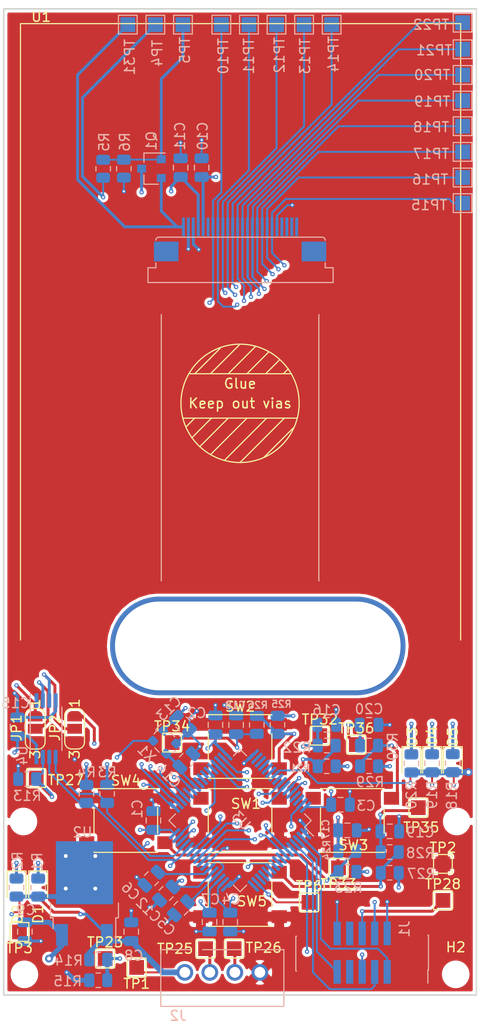
<source format=kicad_pcb>
(kicad_pcb (version 20171130) (host pcbnew "(5.1.12)-1")
  (layers (0 F.Cu signal) (1 In1.Cu signal) (2 In2.Cu signal hide) (31 B.Cu signal) (34 B.Paste user) (35 F.Paste user) (36 B.SilkS user) (37 F.SilkS user) (38 B.Mask user) (39 F.Mask user) (44 Edge.Cuts user))
  (net 0 "")
  (net 1 GND)
  (net 2 +3V3)
  (net 3 +1V8)
  (net 4 +12V)
  (net 5 /LED_12V)
  (net 6 /LED_3.3V)
  (net 7 RESET_N)
  (net 8 TDI)
  (net 9 TDO)
  (net 10 TCK)
  (net 11 TMS)
  (net 12 "Net-(J1-Pad7)")
  (net 13 /LCD_LED+)
  (net 14 /LCD_GDR)
  (net 15 LCD_PWM)
  (net 16 /EEPROM_WP)
  (net 17 LCD_CS)
  (net 18 LCD_RESET)
  (net 19 LCD_RS)
  (net 20 LCD_WR)
  (net 21 LCD_RD)
  (net 22 D0)
  (net 23 D1)
  (net 24 D2)
  (net 25 D3)
  (net 26 D4)
  (net 27 D5)
  (net 28 D6)
  (net 29 D7)
  (net 30 LED+_3)
  (net 31 LED+_2)
  (net 32 LED+_1)
  (net 33 /ADDR_2)
  (net 34 /ADDR_1)
  (net 35 "Net-(U4-Pad1)")
  (net 36 "/Controller Board Buttons/SW1+")
  (net 37 "/Controller Board Buttons/SW4+")
  (net 38 "/Controller Board Buttons/SW2+")
  (net 39 "/Controller Board Buttons/SW5+")
  (net 40 "/Controller Board Buttons/SW3+")
  (net 41 "Net-(J1-Pad8)")
  (net 42 /SDA)
  (net 43 /SCL)
  (net 44 /BT_1)
  (net 45 /BT_4)
  (net 46 /BT_2)
  (net 47 /BT_5)
  (net 48 /BT_3)
  (net 49 /AIN_12V)
  (net 50 /GLCK2)
  (net 51 "Net-(U3-Pad62)")
  (net 52 "Net-(U3-Pad61)")
  (net 53 "Net-(U3-Pad56)")
  (net 54 "Net-(U3-Pad54)")
  (net 55 "Net-(U3-Pad53)")
  (net 56 "Net-(U3-Pad52)")
  (net 57 "Net-(U3-Pad51)")
  (net 58 "Net-(U3-Pad50)")
  (net 59 "Net-(U3-Pad44)")
  (net 60 "Net-(U3-Pad42)")
  (net 61 "Net-(U3-Pad41)")
  (net 62 "Net-(U3-Pad40)")
  (net 63 XIN)
  (net 64 "Net-(U3-Pad37)")
  (net 65 "Net-(U3-Pad16)")
  (net 66 "Net-(U3-Pad14)")
  (net 67 "Net-(U3-Pad13)")
  (net 68 "Net-(U3-Pad10)")
  (net 69 "Net-(U3-Pad9)")
  (net 70 "Net-(U3-Pad8)")
  (net 71 /LED1-)
  (net 72 /LED2-)
  (net 73 /LED3-)
  (net 74 "Net-(U1-Pad24)")
  (net 75 "Net-(U1-Pad23)")
  (net 76 "Net-(U1-Pad22)")
  (net 77 "Net-(U1-Pad21)")
  (net 78 "Net-(U1-Pad6)")
  (net 79 "Net-(U3-Pad12)")
  (module Button_Switch_SMD:SW_Push_1P1T_NO_6x6mm_H9.5mm (layer F.Cu) (at 240 118.7 180)
    (fp_text reference SW1 (at -0.6 1.7 180) (layer F.SilkS))
    (fp_text value SW_Push)
    (pad 2 smd rect (at 3.975 2.25 180) (size 1.55 1.3) (layers F.Cu F.Paste F.Mask) (net 36 "/Controller Board Buttons/SW1+"))
    (pad 1 smd rect (at 3.975 -2.25 180) (size 1.55 1.3) (layers F.Cu F.Paste F.Mask) (net 1 GND))
    (pad 1 smd rect (at -3.975 -2.25 180) (size 1.55 1.3) (layers F.Cu F.Paste F.Mask) (net 1 GND))
    (pad 2 smd rect (at -3.975 2.25 180) (size 1.55 1.3) (layers F.Cu F.Paste F.Mask) (net 36 "/Controller Board Buttons/SW1+"))
  )
  (module Controller_Borad:RY24049B0-00 (layer F.Cu) (at 240 59.4)
    (fp_text reference U1 (at -20.2 -22.2) (layer F.SilkS))
    (fp_text value RY24049B0-00)
    (fp_text user "Keep out vias" (at 0 17) (layer F.SilkS))
    (fp_text user Glue (at 0 15) (layer F.SilkS))
    (pad NC thru_hole oval (at 1.8 41.6) (size 30 10) (drill oval 29 9) (layers *.Cu *.Mask))
    (pad NC smd rect (at -7.5 1.6 180) (size 2.5 2) (layers B.Cu B.Paste B.Mask))
    (pad NC smd rect (at 7.5 1.6 180) (size 2.5 2) (layers B.Cu B.Paste B.Mask))
    (pad 24 smd rect (at 5.75 -0.9) (size 0.3 1.9) (layers B.Cu B.Paste B.Mask) (net 74 "Net-(U1-Pad24)"))
    (pad 23 smd rect (at 5.25 -0.9) (size 0.3 1.9) (layers B.Cu B.Paste B.Mask) (net 75 "Net-(U1-Pad23)"))
    (pad 22 smd rect (at 4.75 -0.9) (size 0.3 1.9) (layers B.Cu B.Paste B.Mask) (net 76 "Net-(U1-Pad22)"))
    (pad 21 smd rect (at 4.25 -0.9) (size 0.3 1.9) (layers B.Cu B.Paste B.Mask) (net 77 "Net-(U1-Pad21)"))
    (pad 20 smd rect (at 3.75 -0.9) (size 0.3 1.9) (layers B.Cu B.Paste B.Mask) (net 1 GND))
    (pad 19 smd rect (at 3.25 -0.9) (size 0.3 1.9) (layers B.Cu B.Paste B.Mask) (net 22 D0))
    (pad 18 smd rect (at 2.75 -0.9) (size 0.3 1.9) (layers B.Cu B.Paste B.Mask) (net 23 D1))
    (pad 17 smd rect (at 2.25 -0.9) (size 0.3 1.9) (layers B.Cu B.Paste B.Mask) (net 24 D2))
    (pad 16 smd rect (at 1.75 -0.9) (size 0.3 1.9) (layers B.Cu B.Paste B.Mask) (net 25 D3))
    (pad 15 smd rect (at 1.25 -0.9) (size 0.3 1.9) (layers B.Cu B.Paste B.Mask) (net 26 D4))
    (pad 14 smd rect (at 0.75 -0.9) (size 0.3 1.9) (layers B.Cu B.Paste B.Mask) (net 27 D5))
    (pad 13 smd rect (at 0.25 -0.9) (size 0.3 1.9) (layers B.Cu B.Paste B.Mask) (net 28 D6))
    (pad 12 smd rect (at -0.25 -0.9) (size 0.3 1.9) (layers B.Cu B.Paste B.Mask) (net 29 D7))
    (pad 11 smd rect (at -0.75 -0.9) (size 0.3 1.9) (layers B.Cu B.Paste B.Mask) (net 21 LCD_RD))
    (pad 10 smd rect (at -1.25 -0.9) (size 0.3 1.9) (layers B.Cu B.Paste B.Mask) (net 20 LCD_WR))
    (pad 9 smd rect (at -1.75 -0.9) (size 0.3 1.9) (layers B.Cu B.Paste B.Mask) (net 19 LCD_RS))
    (pad 8 smd rect (at -2.25 -0.9) (size 0.3 1.9) (layers B.Cu B.Paste B.Mask) (net 18 LCD_RESET))
    (pad 7 smd rect (at -2.75 -0.9) (size 0.3 1.9) (layers B.Cu B.Paste B.Mask) (net 17 LCD_CS))
    (pad 6 smd rect (at -3.25 -0.9) (size 0.3 1.9) (layers B.Cu B.Paste B.Mask) (net 78 "Net-(U1-Pad6)"))
    (pad 5 smd rect (at -3.75 -0.9) (size 0.3 1.9) (layers B.Cu B.Paste B.Mask) (net 2 +3V3))
    (pad 4 smd rect (at -4.25 -0.9) (size 0.3 1.9) (layers B.Cu B.Paste B.Mask) (net 2 +3V3))
    (pad 3 smd rect (at -4.75 -0.9) (size 0.3 1.9) (layers B.Cu B.Paste B.Mask) (net 1 GND))
    (pad 2 smd rect (at -5.25 -0.9) (size 0.3 1.9) (layers B.Cu B.Paste B.Mask) (net 1 GND))
    (pad 1 smd rect (at -5.75 -0.9) (size 0.3 1.9) (layers B.Cu B.Paste B.Mask) (net 13 /LCD_LED+))
  )
  (module Controller_Borad:MountingHole_2.2mm_M2 (layer F.Cu) (at 218.1 134.3)
    (fp_text reference H4 hide)
    (fp_text value MountingHole)
    (pad 1 np_thru_hole circle (at 0 0) (size 2.2 2.2) (drill 2.2) (layers *.Cu *.Mask))
  )
  (module Controller_Borad:MountingHole_2.2mm_M2 (layer F.Cu) (at 218 118.8)
    (fp_text reference H3 hide)
    (fp_text value MountingHole)
    (pad 1 np_thru_hole circle (at 0 0) (size 2.2 2.2) (drill 2.2) (layers *.Cu *.Mask))
  )
  (module Controller_Borad:MountingHole_2.2mm_M2 (layer F.Cu) (at 261.9 134.3)
    (fp_text reference H2 (at 0 -2.75) (layer F.SilkS))
    (fp_text value MountingHole)
    (pad 1 np_thru_hole circle (at 0 0) (size 2.2 2.2) (drill 2.2) (layers *.Cu *.Mask))
  )
  (module Controller_Borad:MountingHole_2.2mm_M2 (layer F.Cu) (at 262 118.8)
    (fp_text reference H1 hide)
    (fp_text value MountingHole)
    (pad 1 np_thru_hole circle (at 0 0) (size 2.2 2.2) (drill 2.2) (layers *.Cu *.Mask))
  )
  (module Button_Switch_SMD:SW_Push_1P1T_NO_6x6mm_H9.5mm (layer F.Cu) (at 240 126.2 180)
    (fp_text reference SW5 (at -1.2 -0.7) (layer F.SilkS))
    (fp_text value SW_Push)
    (pad 2 smd rect (at 3.975 2.25 180) (size 1.55 1.3) (layers F.Cu F.Paste F.Mask) (net 39 "/Controller Board Buttons/SW5+"))
    (pad 1 smd rect (at 3.975 -2.25 180) (size 1.55 1.3) (layers F.Cu F.Paste F.Mask) (net 1 GND))
    (pad 1 smd rect (at -3.975 -2.25 180) (size 1.55 1.3) (layers F.Cu F.Paste F.Mask) (net 1 GND))
    (pad 2 smd rect (at -3.975 2.25 180) (size 1.55 1.3) (layers F.Cu F.Paste F.Mask) (net 39 "/Controller Board Buttons/SW5+"))
  )
  (module Button_Switch_SMD:SW_Push_1P1T_NO_6x6mm_H9.5mm (layer F.Cu) (at 228.4 118.7)
    (fp_text reference SW4 (at 0 -4.05) (layer F.SilkS))
    (fp_text value SW_Push)
    (pad 2 smd rect (at 3.975 2.25) (size 1.55 1.3) (layers F.Cu F.Paste F.Mask) (net 37 "/Controller Board Buttons/SW4+"))
    (pad 1 smd rect (at 3.975 -2.25) (size 1.55 1.3) (layers F.Cu F.Paste F.Mask) (net 1 GND))
    (pad 1 smd rect (at -3.975 -2.25) (size 1.55 1.3) (layers F.Cu F.Paste F.Mask) (net 1 GND))
    (pad 2 smd rect (at -3.975 2.25) (size 1.55 1.3) (layers F.Cu F.Paste F.Mask) (net 37 "/Controller Board Buttons/SW4+"))
  )
  (module Button_Switch_SMD:SW_Push_1P1T_NO_6x6mm_H9.5mm (layer F.Cu) (at 251.4 118.7 180)
    (fp_text reference SW3 (at -0.1 -2.5) (layer F.SilkS))
    (fp_text value SW_Push)
    (pad 2 smd rect (at 3.975 2.25 180) (size 1.55 1.3) (layers F.Cu F.Paste F.Mask) (net 40 "/Controller Board Buttons/SW3+"))
    (pad 1 smd rect (at 3.975 -2.25 180) (size 1.55 1.3) (layers F.Cu F.Paste F.Mask) (net 1 GND))
    (pad 1 smd rect (at -3.975 -2.25 180) (size 1.55 1.3) (layers F.Cu F.Paste F.Mask) (net 1 GND))
    (pad 2 smd rect (at -3.975 2.25 180) (size 1.55 1.3) (layers F.Cu F.Paste F.Mask) (net 40 "/Controller Board Buttons/SW3+"))
  )
  (module Button_Switch_SMD:SW_Push_1P1T_NO_6x6mm_H9.5mm (layer F.Cu) (at 240 111.2)
    (fp_text reference SW2 (at 0 -4.05) (layer F.SilkS))
    (fp_text value SW_Push)
    (pad 2 smd rect (at 3.975 2.25) (size 1.55 1.3) (layers F.Cu F.Paste F.Mask) (net 38 "/Controller Board Buttons/SW2+"))
    (pad 1 smd rect (at 3.975 -2.25) (size 1.55 1.3) (layers F.Cu F.Paste F.Mask) (net 1 GND))
    (pad 1 smd rect (at -3.975 -2.25) (size 1.55 1.3) (layers F.Cu F.Paste F.Mask) (net 1 GND))
    (pad 2 smd rect (at -3.975 2.25) (size 1.55 1.3) (layers F.Cu F.Paste F.Mask) (net 38 "/Controller Board Buttons/SW2+"))
  )
  (module Capacitor_SMD:C_0805_2012Metric (layer B.Cu) (at 234.55 112.6 45)
    (fp_text reference C14 (at -2.4 -0.2 315) (layer B.SilkS) (effects (justify mirror)))
    (fp_text value 10p)
    (pad 2 smd roundrect (at 0.95 0 45) (size 1 1.45) (layers B.Cu B.Paste B.Mask) (net 1 GND))
    (pad 1 smd roundrect (at -0.95 0 45) (size 1 1.45) (layers B.Cu B.Paste B.Mask) (net 63 XIN))
  )
  (module Capacitor_SMD:C_0805_2012Metric (layer B.Cu) (at 234.2 108.9 315)
    (fp_text reference C13 (at -2.1 -0.1 225) (layer B.SilkS) (effects (justify mirror)))
    (fp_text value .1u)
    (pad 2 smd roundrect (at 0.95 0 315) (size 1 1.45) (layers B.Cu B.Paste B.Mask) (net 1 GND))
    (pad 1 smd roundrect (at -0.95 0 315) (size 1 1.45) (layers B.Cu B.Paste B.Mask) (net 2 +3V3))
  )
  (module Oscillator:Oscillator_SMD_ECS_2520MV-xxx-xx-4Pin_2.5x2.0mm (layer B.Cu) (at 232.341421 110.766726 225)
    (fp_text reference X1 (at 2.103427 0.500736 315) (layer B.SilkS) (effects (justify mirror)))
    (fp_text value ECS-2520MV-480)
    (pad 3 smd roundrect (at 0.725 -0.925 225) (size 0.8 0.9) (layers B.Cu B.Paste B.Mask) (net 63 XIN))
    (pad 2 smd roundrect (at -0.725 -0.925 225) (size 0.8 0.9) (layers B.Cu B.Paste B.Mask) (net 1 GND))
    (pad 4 smd roundrect (at 0.725 0.925 225) (size 0.8 0.9) (layers B.Cu B.Paste B.Mask) (net 2 +3V3))
    (pad 1 smd roundrect (at -0.725 0.925 225) (size 0.8 0.9) (layers B.Cu B.Paste B.Mask) (net 2 +3V3))
  )
  (module Package_SO:TSSOP-8_4.4x3mm_P0.65mm (layer B.Cu) (at 220.3 109.4 270)
    (fp_text reference U4 (at 2.7 2.4 90) (layer B.SilkS) (effects (justify mirror)))
    (fp_text value AT24C04D)
    (pad 8 smd roundrect (at 2.8625 0.975 270) (size 1.475 0.4) (layers B.Cu B.Paste B.Mask) (net 2 +3V3))
    (pad 7 smd roundrect (at 2.8625 0.325 270) (size 1.475 0.4) (layers B.Cu B.Paste B.Mask) (net 16 /EEPROM_WP))
    (pad 6 smd roundrect (at 2.8625 -0.325 270) (size 1.475 0.4) (layers B.Cu B.Paste B.Mask) (net 43 /SCL))
    (pad 5 smd roundrect (at 2.8625 -0.975 270) (size 1.475 0.4) (layers B.Cu B.Paste B.Mask) (net 42 /SDA))
    (pad 4 smd roundrect (at -2.8625 -0.975 270) (size 1.475 0.4) (layers B.Cu B.Paste B.Mask) (net 1 GND))
    (pad 3 smd roundrect (at -2.8625 -0.325 270) (size 1.475 0.4) (layers B.Cu B.Paste B.Mask) (net 33 /ADDR_2))
    (pad 2 smd roundrect (at -2.8625 0.325 270) (size 1.475 0.4) (layers B.Cu B.Paste B.Mask) (net 34 /ADDR_1))
    (pad 1 smd roundrect (at -2.8625 0.975 270) (size 1.475 0.4) (layers B.Cu B.Paste B.Mask) (net 35 "Net-(U4-Pad1)"))
  )
  (module Package_QFP:TQFP-64_10x10mm_P0.5mm (layer B.Cu) (at 240 118.7 135)
    (fp_text reference U3 (at -0.070711 0.070711 135) (layer B.SilkS) (effects (justify mirror)))
    (fp_text value ATUC128D3)
    (pad 64 smd roundrect (at -3.75 5.6625 135) (size 0.3 1.475) (layers B.Cu B.Paste B.Mask) (net 2 +3V3))
    (pad 63 smd roundrect (at -3.25 5.6625 135) (size 0.3 1.475) (layers B.Cu B.Paste B.Mask) (net 7 RESET_N))
    (pad 62 smd roundrect (at -2.75 5.6625 135) (size 0.3 1.475) (layers B.Cu B.Paste B.Mask) (net 51 "Net-(U3-Pad62)"))
    (pad 61 smd roundrect (at -2.25 5.6625 135) (size 0.3 1.475) (layers B.Cu B.Paste B.Mask) (net 52 "Net-(U3-Pad61)"))
    (pad 60 smd roundrect (at -1.75 5.6625 135) (size 0.3 1.475) (layers B.Cu B.Paste B.Mask) (net 47 /BT_5))
    (pad 59 smd roundrect (at -1.25 5.6625 135) (size 0.3 1.475) (layers B.Cu B.Paste B.Mask) (net 45 /BT_4))
    (pad 58 smd roundrect (at -0.75 5.6625 135) (size 0.3 1.475) (layers B.Cu B.Paste B.Mask) (net 30 LED+_3))
    (pad 57 smd roundrect (at -0.25 5.6625 135) (size 0.3 1.475) (layers B.Cu B.Paste B.Mask) (net 31 LED+_2))
    (pad 56 smd roundrect (at 0.25 5.6625 135) (size 0.3 1.475) (layers B.Cu B.Paste B.Mask) (net 53 "Net-(U3-Pad56)"))
    (pad 55 smd roundrect (at 0.75 5.6625 135) (size 0.3 1.475) (layers B.Cu B.Paste B.Mask) (net 32 LED+_1))
    (pad 54 smd roundrect (at 1.25 5.6625 135) (size 0.3 1.475) (layers B.Cu B.Paste B.Mask) (net 54 "Net-(U3-Pad54)"))
    (pad 53 smd roundrect (at 1.75 5.6625 135) (size 0.3 1.475) (layers B.Cu B.Paste B.Mask) (net 55 "Net-(U3-Pad53)"))
    (pad 52 smd roundrect (at 2.25 5.6625 135) (size 0.3 1.475) (layers B.Cu B.Paste B.Mask) (net 56 "Net-(U3-Pad52)"))
    (pad 51 smd roundrect (at 2.75 5.6625 135) (size 0.3 1.475) (layers B.Cu B.Paste B.Mask) (net 57 "Net-(U3-Pad51)"))
    (pad 50 smd roundrect (at 3.25 5.6625 135) (size 0.3 1.475) (layers B.Cu B.Paste B.Mask) (net 58 "Net-(U3-Pad50)"))
    (pad 49 smd roundrect (at 3.75 5.6625 135) (size 0.3 1.475) (layers B.Cu B.Paste B.Mask) (net 1 GND))
    (pad 48 smd roundrect (at 5.6625 3.75 135) (size 1.475 0.3) (layers B.Cu B.Paste B.Mask) (net 2 +3V3))
    (pad 47 smd roundrect (at 5.6625 3.25 135) (size 1.475 0.3) (layers B.Cu B.Paste B.Mask) (net 48 /BT_3))
    (pad 46 smd roundrect (at 5.6625 2.75 135) (size 1.475 0.3) (layers B.Cu B.Paste B.Mask) (net 46 /BT_2))
    (pad 45 smd roundrect (at 5.6625 2.25 135) (size 1.475 0.3) (layers B.Cu B.Paste B.Mask) (net 44 /BT_1))
    (pad 44 smd roundrect (at 5.6625 1.75 135) (size 1.475 0.3) (layers B.Cu B.Paste B.Mask) (net 59 "Net-(U3-Pad44)"))
    (pad 43 smd roundrect (at 5.6625 1.25 135) (size 1.475 0.3) (layers B.Cu B.Paste B.Mask) (net 29 D7))
    (pad 42 smd roundrect (at 5.6625 0.75 135) (size 1.475 0.3) (layers B.Cu B.Paste B.Mask) (net 60 "Net-(U3-Pad42)"))
    (pad 41 smd roundrect (at 5.6625 0.25 135) (size 1.475 0.3) (layers B.Cu B.Paste B.Mask) (net 61 "Net-(U3-Pad41)"))
    (pad 40 smd roundrect (at 5.6625 -0.25 135) (size 1.475 0.3) (layers B.Cu B.Paste B.Mask) (net 62 "Net-(U3-Pad40)"))
    (pad 39 smd roundrect (at 5.6625 -0.75 135) (size 1.475 0.3) (layers B.Cu B.Paste B.Mask) (net 63 XIN))
    (pad 38 smd roundrect (at 5.6625 -1.25 135) (size 1.475 0.3) (layers B.Cu B.Paste B.Mask) (net 28 D6))
    (pad 37 smd roundrect (at 5.6625 -1.75 135) (size 1.475 0.3) (layers B.Cu B.Paste B.Mask) (net 64 "Net-(U3-Pad37)"))
    (pad 36 smd roundrect (at 5.6625 -2.25 135) (size 1.475 0.3) (layers B.Cu B.Paste B.Mask) (net 18 LCD_RESET))
    (pad 35 smd roundrect (at 5.6625 -2.75 135) (size 1.475 0.3) (layers B.Cu B.Paste B.Mask) (net 20 LCD_WR))
    (pad 34 smd roundrect (at 5.6625 -3.25 135) (size 1.475 0.3) (layers B.Cu B.Paste B.Mask) (net 19 LCD_RS))
    (pad 33 smd roundrect (at 5.6625 -3.75 135) (size 1.475 0.3) (layers B.Cu B.Paste B.Mask) (net 21 LCD_RD))
    (pad 32 smd roundrect (at 3.75 -5.6625 135) (size 0.3 1.475) (layers B.Cu B.Paste B.Mask) (net 2 +3V3))
    (pad 31 smd roundrect (at 3.25 -5.6625 135) (size 0.3 1.475) (layers B.Cu B.Paste B.Mask) (net 17 LCD_CS))
    (pad 30 smd roundrect (at 2.75 -5.6625 135) (size 0.3 1.475) (layers B.Cu B.Paste B.Mask) (net 15 LCD_PWM))
    (pad 29 smd roundrect (at 2.25 -5.6625 135) (size 0.3 1.475) (layers B.Cu B.Paste B.Mask) (net 42 /SDA))
    (pad 28 smd roundrect (at 1.75 -5.6625 135) (size 0.3 1.475) (layers B.Cu B.Paste B.Mask) (net 43 /SCL))
    (pad 27 smd roundrect (at 1.25 -5.6625 135) (size 0.3 1.475) (layers B.Cu B.Paste B.Mask) (net 27 D5))
    (pad 26 smd roundrect (at 0.75 -5.6625 135) (size 0.3 1.475) (layers B.Cu B.Paste B.Mask) (net 26 D4))
    (pad 25 smd roundrect (at 0.25 -5.6625 135) (size 0.3 1.475) (layers B.Cu B.Paste B.Mask) (net 25 D3))
    (pad 24 smd roundrect (at -0.25 -5.6625 135) (size 0.3 1.475) (layers B.Cu B.Paste B.Mask) (net 24 D2))
    (pad 23 smd roundrect (at -0.75 -5.6625 135) (size 0.3 1.475) (layers B.Cu B.Paste B.Mask) (net 1 GND))
    (pad 22 smd roundrect (at -1.25 -5.6625 135) (size 0.3 1.475) (layers B.Cu B.Paste B.Mask) (net 3 +1V8))
    (pad 21 smd roundrect (at -1.75 -5.6625 135) (size 0.3 1.475) (layers B.Cu B.Paste B.Mask) (net 2 +3V3))
    (pad 20 smd roundrect (at -2.25 -5.6625 135) (size 0.3 1.475) (layers B.Cu B.Paste B.Mask) (net 3 +1V8))
    (pad 19 smd roundrect (at -2.75 -5.6625 135) (size 0.3 1.475) (layers B.Cu B.Paste B.Mask) (net 2 +3V3))
    (pad 18 smd roundrect (at -3.25 -5.6625 135) (size 0.3 1.475) (layers B.Cu B.Paste B.Mask) (net 2 +3V3))
    (pad 17 smd roundrect (at -3.75 -5.6625 135) (size 0.3 1.475) (layers B.Cu B.Paste B.Mask) (net 1 GND))
    (pad 16 smd roundrect (at -5.6625 -3.75 135) (size 1.475 0.3) (layers B.Cu B.Paste B.Mask) (net 65 "Net-(U3-Pad16)"))
    (pad 15 smd roundrect (at -5.6625 -3.25 135) (size 1.475 0.3) (layers B.Cu B.Paste B.Mask) (net 50 /GLCK2))
    (pad 14 smd roundrect (at -5.6625 -2.75 135) (size 1.475 0.3) (layers B.Cu B.Paste B.Mask) (net 66 "Net-(U3-Pad14)"))
    (pad 13 smd roundrect (at -5.6625 -2.25 135) (size 1.475 0.3) (layers B.Cu B.Paste B.Mask) (net 67 "Net-(U3-Pad13)"))
    (pad 12 smd roundrect (at -5.6625 -1.75 135) (size 1.475 0.3) (layers B.Cu B.Paste B.Mask) (net 79 "Net-(U3-Pad12)"))
    (pad 11 smd roundrect (at -5.6625 -1.25 135) (size 1.475 0.3) (layers B.Cu B.Paste B.Mask) (net 49 /AIN_12V))
    (pad 10 smd roundrect (at -5.6625 -0.75 135) (size 1.475 0.3) (layers B.Cu B.Paste B.Mask) (net 68 "Net-(U3-Pad10)"))
    (pad 9 smd roundrect (at -5.6625 -0.25 135) (size 1.475 0.3) (layers B.Cu B.Paste B.Mask) (net 69 "Net-(U3-Pad9)"))
    (pad 8 smd roundrect (at -5.6625 0.25 135) (size 1.475 0.3) (layers B.Cu B.Paste B.Mask) (net 70 "Net-(U3-Pad8)"))
    (pad 7 smd roundrect (at -5.6625 0.75 135) (size 1.475 0.3) (layers B.Cu B.Paste B.Mask) (net 23 D1))
    (pad 6 smd roundrect (at -5.6625 1.25 135) (size 1.475 0.3) (layers B.Cu B.Paste B.Mask) (net 22 D0))
    (pad 5 smd roundrect (at -5.6625 1.75 135) (size 1.475 0.3) (layers B.Cu B.Paste B.Mask) (net 11 TMS))
    (pad 4 smd roundrect (at -5.6625 2.25 135) (size 1.475 0.3) (layers B.Cu B.Paste B.Mask) (net 9 TDO))
    (pad 3 smd roundrect (at -5.6625 2.75 135) (size 1.475 0.3) (layers B.Cu B.Paste B.Mask) (net 8 TDI))
    (pad 2 smd roundrect (at -5.6625 3.25 135) (size 1.475 0.3) (layers B.Cu B.Paste B.Mask) (net 10 TCK))
    (pad 1 smd roundrect (at -5.6625 3.75 135) (size 1.475 0.3) (layers B.Cu B.Paste B.Mask) (net 1 GND))
  )
  (module TestPoint:TestPoint_Pad_1.5x1.5mm (layer F.Cu) (at 251.8 111)
    (fp_text reference TP36 (at 0 -1.648) (layer F.SilkS))
    (fp_text value BT_3)
    (pad 1 smd rect (at 0 0) (size 1.5 1.5) (layers F.Cu F.Mask) (net 48 /BT_3))
  )
  (module TestPoint:TestPoint_Pad_1.5x1.5mm (layer F.Cu) (at 258.1 117.4)
    (fp_text reference TP35 (at 0.3 2) (layer F.SilkS))
    (fp_text value BT_5)
    (pad 1 smd rect (at 0 0) (size 1.5 1.5) (layers F.Cu F.Mask) (net 47 /BT_5))
  )
  (module TestPoint:TestPoint_Pad_1.5x1.5mm (layer F.Cu) (at 233.1 110.8)
    (fp_text reference TP34 (at 0 -1.648) (layer F.SilkS))
    (fp_text value BT_2)
    (pad 1 smd rect (at 0 0) (size 1.5 1.5) (layers F.Cu F.Mask) (net 46 /BT_2))
  )
  (module TestPoint:TestPoint_Pad_1.5x1.5mm (layer F.Cu) (at 250 123.5 180)
    (fp_text reference TP33 (at 0 -1.648) (layer F.SilkS))
    (fp_text value BT_4)
    (pad 1 smd rect (at 0 0 180) (size 1.5 1.5) (layers F.Cu F.Mask) (net 45 /BT_4))
  )
  (module TestPoint:TestPoint_Pad_1.5x1.5mm (layer F.Cu) (at 248.1 110.1)
    (fp_text reference TP32 (at 0 -1.648) (layer F.SilkS))
    (fp_text value BT_1)
    (pad 1 smd rect (at 0 0) (size 1.5 1.5) (layers F.Cu F.Mask) (net 44 /BT_1))
  )
  (module Jumper:SolderJumper-3_P1.3mm_Open_RoundedPad1.0x1.5mm_NumberLabels (layer F.Cu) (at 223.2 109.4 270)
    (fp_text reference JP2 (at -0.1 2 270) (layer F.SilkS))
    (fp_text value A1)
    (fp_text user 1 (at -2.6 0 270) (layer F.SilkS))
    (fp_text user 3 (at 2.6 0 270) (layer F.SilkS))
    (pad 2 smd rect (at 0 0 270) (size 1 1.5) (layers F.Cu F.Mask) (net 33 /ADDR_2))
    (pad 3 smd custom (at 1.3 0 270) (size 1 0.5) (layers F.Cu F.Mask) (net 1 GND) (options (clearance outline) (anchor rect)) (primitives (gr_circle (center 0 0.25) (end 0.5 0.25) (width 0)) (gr_circle (center 0 -0.25) (end 0.5 -0.25) (width 0)) (gr_poly (pts (xy -0.55 -0.75) (xy 0 -0.75) (xy 0 0.75) (xy -0.55 0.75)) (width 0))))
    (pad 1 smd custom (at -1.3 0 270) (size 1 0.5) (layers F.Cu F.Mask) (net 2 +3V3) (options (clearance outline) (anchor rect)) (primitives (gr_circle (center 0 0.25) (end 0.5 0.25) (width 0)) (gr_circle (center 0 -0.25) (end 0.5 -0.25) (width 0)) (gr_poly (pts (xy 0.55 -0.75) (xy 0 -0.75) (xy 0 0.75) (xy 0.55 0.75)) (width 0))))
  )
  (module Jumper:SolderJumper-3_P1.3mm_Open_RoundedPad1.0x1.5mm_NumberLabels (layer F.Cu) (at 219.2 109.4 270)
    (fp_text reference JP1 (at -0.1 1.9 270) (layer F.SilkS))
    (fp_text value A1)
    (fp_text user 1 (at -2.6 0 270) (layer F.SilkS))
    (fp_text user 3 (at 2.6 0 270) (layer F.SilkS))
    (pad 2 smd rect (at 0 0 270) (size 1 1.5) (layers F.Cu F.Mask) (net 34 /ADDR_1))
    (pad 3 smd custom (at 1.3 0 270) (size 1 0.5) (layers F.Cu F.Mask) (net 1 GND) (options (clearance outline) (anchor rect)) (primitives (gr_circle (center 0 0.25) (end 0.5 0.25) (width 0)) (gr_circle (center 0 -0.25) (end 0.5 -0.25) (width 0)) (gr_poly (pts (xy -0.55 -0.75) (xy 0 -0.75) (xy 0 0.75) (xy -0.55 0.75)) (width 0))))
    (pad 1 smd custom (at -1.3 0 270) (size 1 0.5) (layers F.Cu F.Mask) (net 2 +3V3) (options (clearance outline) (anchor rect)) (primitives (gr_circle (center 0 0.25) (end 0.5 0.25) (width 0)) (gr_circle (center 0 -0.25) (end 0.5 -0.25) (width 0)) (gr_poly (pts (xy 0.55 -0.75) (xy 0 -0.75) (xy 0 0.75) (xy 0.55 0.75)) (width 0))))
  )
  (module LED_SMD:LED_0805_2012Metric (layer F.Cu) (at 261.6 112.9 270)
    (fp_text reference D5 (at -2.7 0 90) (layer F.SilkS))
    (fp_text value LED3)
    (pad 2 smd roundrect (at 0.9375 0 270) (size 0.975 1.4) (layers F.Cu F.Paste F.Mask) (net 30 LED+_3))
    (pad 1 smd roundrect (at -0.9375 0 270) (size 0.975 1.4) (layers F.Cu F.Paste F.Mask) (net 73 /LED3-))
  )
  (module LED_SMD:LED_0805_2012Metric (layer F.Cu) (at 259.5 112.9 270)
    (fp_text reference D4 (at -2.8 0 90) (layer F.SilkS))
    (fp_text value LED2)
    (pad 2 smd roundrect (at 0.9375 0 270) (size 0.975 1.4) (layers F.Cu F.Paste F.Mask) (net 31 LED+_2))
    (pad 1 smd roundrect (at -0.9375 0 270) (size 0.975 1.4) (layers F.Cu F.Paste F.Mask) (net 72 /LED2-))
  )
  (module LED_SMD:LED_0805_2012Metric (layer F.Cu) (at 257.4 112.9 270)
    (fp_text reference D3 (at -2.7 -0.1 90) (layer F.SilkS))
    (fp_text value LED1)
    (pad 2 smd roundrect (at 0.9375 0 270) (size 0.975 1.4) (layers F.Cu F.Paste F.Mask) (net 32 LED+_1))
    (pad 1 smd roundrect (at -0.9375 0 270) (size 0.975 1.4) (layers F.Cu F.Paste F.Mask) (net 71 /LED1-))
  )
  (module TestPoint:TestPoint_Pad_1.5x1.5mm (layer B.Cu) (at 228.6 38)
    (fp_text reference TP31 (at 0.2 3.3 270) (layer B.SilkS) (effects (justify mirror)))
    (fp_text value LCD_LED+)
    (pad 1 smd rect (at 0 0) (size 1.5 1.5) (layers B.Cu B.Mask) (net 13 /LCD_LED+))
  )
  (module TestPoint:TestPoint_Pad_1.5x1.5mm (layer F.Cu) (at 260.6 126.8)
    (fp_text reference TP28 (at 0 -1.648) (layer F.SilkS))
    (fp_text value RESET_N)
    (pad 1 smd rect (at 0 0) (size 1.5 1.5) (layers F.Cu F.Mask) (net 7 RESET_N))
  )
  (module TestPoint:TestPoint_Pad_1.5x1.5mm (layer F.Cu) (at 219.3 114.4)
    (fp_text reference TP27 (at 3 0.2) (layer F.SilkS))
    (fp_text value EEPROM_WR)
    (pad 1 smd rect (at 0 0) (size 1.5 1.5) (layers F.Cu F.Mask) (net 16 /EEPROM_WP))
  )
  (module TestPoint:TestPoint_Pad_1.5x1.5mm (layer F.Cu) (at 239.4 131.7)
    (fp_text reference TP26 (at 3 -0.1) (layer F.SilkS))
    (fp_text value SCL)
    (pad 1 smd rect (at 0 0) (size 1.5 1.5) (layers F.Cu F.Mask) (net 43 /SCL))
  )
  (module TestPoint:TestPoint_Pad_1.5x1.5mm (layer F.Cu) (at 236.5 131.7)
    (fp_text reference TP25 (at -3.1 0) (layer F.SilkS))
    (fp_text value SDA)
    (pad 1 smd rect (at 0 0) (size 1.5 1.5) (layers F.Cu F.Mask) (net 42 /SDA))
  )
  (module TestPoint:TestPoint_Pad_1.5x1.5mm (layer F.Cu) (at 226.3 132.7)
    (fp_text reference TP23 (at 0 -1.648) (layer F.SilkS))
    (fp_text value AIN_12V)
    (pad 1 smd rect (at 0 0) (size 1.5 1.5) (layers F.Cu F.Mask) (net 49 /AIN_12V))
  )
  (module TestPoint:TestPoint_Pad_1.5x1.5mm (layer B.Cu) (at 262.6 37.8)
    (fp_text reference TP22 (at -3.2 0.2) (layer B.SilkS) (effects (justify mirror)))
    (fp_text value D7)
    (pad 1 smd rect (at 0 0) (size 1.5 1.5) (layers B.Cu B.Mask) (net 29 D7))
  )
  (module TestPoint:TestPoint_Pad_1.5x1.5mm (layer B.Cu) (at 262.6 40.5 90)
    (fp_text reference TP21 (at -0.1 -2.9 180) (layer B.SilkS) (effects (justify mirror)))
    (fp_text value D6)
    (pad 1 smd rect (at 0 0 90) (size 1.5 1.5) (layers B.Cu B.Mask) (net 28 D6))
  )
  (module TestPoint:TestPoint_Pad_1.5x1.5mm (layer B.Cu) (at 262.6 43.1 90)
    (fp_text reference TP20 (at 0 -3.1 180) (layer B.SilkS) (effects (justify mirror)))
    (fp_text value D5)
    (pad 1 smd rect (at 0 0 90) (size 1.5 1.5) (layers B.Cu B.Mask) (net 27 D5))
  )
  (module TestPoint:TestPoint_Pad_1.5x1.5mm (layer B.Cu) (at 262.6 45.7 180)
    (fp_text reference TP19 (at 3.1 -0.1) (layer B.SilkS) (effects (justify mirror)))
    (fp_text value D4)
    (pad 1 smd rect (at 0 0 180) (size 1.5 1.5) (layers B.Cu B.Mask) (net 26 D4))
  )
  (module TestPoint:TestPoint_Pad_1.5x1.5mm (layer B.Cu) (at 262.6 48.3 270)
    (fp_text reference TP18 (at 0.1 3.2 180) (layer B.SilkS) (effects (justify mirror)))
    (fp_text value D3)
    (pad 1 smd rect (at 0 0 270) (size 1.5 1.5) (layers B.Cu B.Mask) (net 25 D3))
  )
  (module TestPoint:TestPoint_Pad_1.5x1.5mm (layer B.Cu) (at 262.6 50.9 270)
    (fp_text reference TP17 (at 0.2 3.2 180) (layer B.SilkS) (effects (justify mirror)))
    (fp_text value D2)
    (pad 1 smd rect (at 0 0 270) (size 1.5 1.5) (layers B.Cu B.Mask) (net 24 D2))
  )
  (module TestPoint:TestPoint_Pad_1.5x1.5mm (layer B.Cu) (at 262.6 53.5 270)
    (fp_text reference TP16 (at 0.2 3.3 180) (layer B.SilkS) (effects (justify mirror)))
    (fp_text value D1)
    (pad 1 smd rect (at 0 0 270) (size 1.5 1.5) (layers B.Cu B.Mask) (net 23 D1))
  )
  (module TestPoint:TestPoint_Pad_1.5x1.5mm (layer B.Cu) (at 262.6 56.1 270)
    (fp_text reference TP15 (at 0.2 3.4 180) (layer B.SilkS) (effects (justify mirror)))
    (fp_text value D0)
    (pad 1 smd rect (at 0 0 270) (size 1.5 1.5) (layers B.Cu B.Mask) (net 22 D0))
  )
  (module TestPoint:TestPoint_Pad_1.5x1.5mm (layer B.Cu) (at 249.3 38)
    (fp_text reference TP14 (at 0.2 3 90) (layer B.SilkS) (effects (justify mirror)))
    (fp_text value LCD_RD)
    (pad 1 smd rect (at 0 0) (size 1.5 1.5) (layers B.Cu B.Mask) (net 21 LCD_RD))
  )
  (module TestPoint:TestPoint_Pad_1.5x1.5mm (layer B.Cu) (at 246.5 38)
    (fp_text reference TP13 (at 0.1 3.2 270) (layer B.SilkS) (effects (justify mirror)))
    (fp_text value LCD_WR)
    (pad 1 smd rect (at 0 0) (size 1.5 1.5) (layers B.Cu B.Mask) (net 20 LCD_WR))
  )
  (module TestPoint:TestPoint_Pad_1.5x1.5mm (layer B.Cu) (at 243.7 38 270)
    (fp_text reference TP12 (at 3.1 -0.3 90) (layer B.SilkS) (effects (justify mirror)))
    (fp_text value LCD_RS)
    (pad 1 smd rect (at 0 0 270) (size 1.5 1.5) (layers B.Cu B.Mask) (net 19 LCD_RS))
  )
  (module TestPoint:TestPoint_Pad_1.5x1.5mm (layer B.Cu) (at 240.9 38 270)
    (fp_text reference TP11 (at 3.2 0 90) (layer B.SilkS) (effects (justify mirror)))
    (fp_text value LCD_RESET)
    (pad 1 smd rect (at 0 0 270) (size 1.5 1.5) (layers B.Cu B.Mask) (net 18 LCD_RESET))
  )
  (module TestPoint:TestPoint_Pad_1.5x1.5mm (layer B.Cu) (at 238.1 38 180)
    (fp_text reference TP10 (at -0.2 -3.2 90) (layer B.SilkS) (effects (justify mirror)))
    (fp_text value LCD_CS)
    (pad 1 smd rect (at 0 0 180) (size 1.5 1.5) (layers B.Cu B.Mask) (net 17 LCD_CS))
  )
  (module TestPoint:TestPoint_Pad_1.5x1.5mm (layer F.Cu) (at 247 127)
    (fp_text reference TP6 (at 0 -1.648) (layer F.SilkS))
    (fp_text value GCLK2)
    (pad 1 smd rect (at 0 0) (size 1.5 1.5) (layers F.Cu F.Mask) (net 50 /GLCK2))
  )
  (module TestPoint:TestPoint_Pad_1.5x1.5mm (layer B.Cu) (at 234.2 38 180)
    (fp_text reference TP5 (at -0.2 -2.6 90) (layer B.SilkS) (effects (justify mirror)))
    (fp_text value "LCD PWM GDR")
    (pad 1 smd rect (at 0 0 180) (size 1.5 1.5) (layers B.Cu B.Mask) (net 14 /LCD_GDR))
  )
  (module TestPoint:TestPoint_Pad_1.5x1.5mm (layer B.Cu) (at 231.4 38 180)
    (fp_text reference TP4 (at -0.2 -2.9 90) (layer B.SilkS) (effects (justify mirror)))
    (fp_text value "LCD PWM")
    (pad 1 smd rect (at 0 0 180) (size 1.5 1.5) (layers B.Cu B.Mask) (net 15 LCD_PWM))
  )
  (module Resistor_SMD:R_0805_2012Metric (layer B.Cu) (at 253.1 111.1)
    (fp_text reference R30 (at 2.4 0.1 270) (layer B.SilkS) (effects (justify mirror)))
    (fp_text value 10k)
    (pad 2 smd roundrect (at 0.9125 0) (size 1.025 1.4) (layers B.Cu B.Paste B.Mask) (roundrect_rratio 0.2439004878048781) (net 40 "/Controller Board Buttons/SW3+"))
    (pad 1 smd roundrect (at -0.9125 0) (size 1.025 1.4) (layers B.Cu B.Paste B.Mask) (roundrect_rratio 0.2439004878048781) (net 48 /BT_3))
  )
  (module Resistor_SMD:R_0805_2012Metric (layer B.Cu) (at 253.1 113.2 180)
    (fp_text reference R29 (at -0.1 -1.6 180) (layer B.SilkS) (effects (justify mirror)))
    (fp_text value 330)
    (pad 2 smd roundrect (at 0.9125 0 180) (size 1.025 1.4) (layers B.Cu B.Paste B.Mask) (roundrect_rratio 0.2439004878048781) (net 40 "/Controller Board Buttons/SW3+"))
    (pad 1 smd roundrect (at -0.9125 0 180) (size 1.025 1.4) (layers B.Cu B.Paste B.Mask) (roundrect_rratio 0.2439004878048781) (net 2 +3V3))
  )
  (module Resistor_SMD:R_0805_2012Metric (layer B.Cu) (at 255.2 121.9)
    (fp_text reference R28 (at 3.1 0.1) (layer B.SilkS) (effects (justify mirror)))
    (fp_text value 10k)
    (pad 2 smd roundrect (at 0.9125 0) (size 1.025 1.4) (layers B.Cu B.Paste B.Mask) (roundrect_rratio 0.2439004878048781) (net 39 "/Controller Board Buttons/SW5+"))
    (pad 1 smd roundrect (at -0.9125 0) (size 1.025 1.4) (layers B.Cu B.Paste B.Mask) (roundrect_rratio 0.2439004878048781) (net 47 /BT_5))
  )
  (module Resistor_SMD:R_0805_2012Metric (layer B.Cu) (at 255.2 124 180)
    (fp_text reference R27 (at -3.2 -0.1) (layer B.SilkS) (effects (justify mirror)))
    (fp_text value 330)
    (pad 2 smd roundrect (at 0.9125 0 180) (size 1.025 1.4) (layers B.Cu B.Paste B.Mask) (roundrect_rratio 0.2439004878048781) (net 39 "/Controller Board Buttons/SW5+"))
    (pad 1 smd roundrect (at -0.9125 0 180) (size 1.025 1.4) (layers B.Cu B.Paste B.Mask) (roundrect_rratio 0.2439004878048781) (net 2 +3V3))
  )
  (module Resistor_SMD:R_0805_2012Metric (layer B.Cu) (at 241.7 109 90)
    (fp_text reference R26 (at 2 0.1 180) (layer B.SilkS) (effects (font (size 0.7 0.7)) (justify mirror)))
    (fp_text value 10k)
    (pad 2 smd roundrect (at 0.9125 0 90) (size 1.025 1.4) (layers B.Cu B.Paste B.Mask) (roundrect_rratio 0.2439004878048781) (net 38 "/Controller Board Buttons/SW2+"))
    (pad 1 smd roundrect (at -0.9125 0 90) (size 1.025 1.4) (layers B.Cu B.Paste B.Mask) (roundrect_rratio 0.2439004878048781) (net 46 /BT_2))
  )
  (module Resistor_SMD:R_0805_2012Metric (layer B.Cu) (at 243.8 109 270)
    (fp_text reference R25 (at -2.1 -0.4 180) (layer B.SilkS) (effects (font (size 0.7 0.7)) (justify mirror)))
    (fp_text value 330)
    (pad 2 smd roundrect (at 0.9125 0 270) (size 1.025 1.4) (layers B.Cu B.Paste B.Mask) (roundrect_rratio 0.2439004878048781) (net 38 "/Controller Board Buttons/SW2+"))
    (pad 1 smd roundrect (at -0.9125 0 270) (size 1.025 1.4) (layers B.Cu B.Paste B.Mask) (roundrect_rratio 0.2439004878048781) (net 2 +3V3))
  )
  (module Resistor_SMD:R_0805_2012Metric (layer B.Cu) (at 250.9 121.8)
    (fp_text reference R24 (at -2.1 -0.1 90) (layer B.SilkS) (effects (font (size 0.7 0.7)) (justify mirror)))
    (fp_text value 10k)
    (pad 2 smd roundrect (at 0.9125 0) (size 1.025 1.4) (layers B.Cu B.Paste B.Mask) (roundrect_rratio 0.2439004878048781) (net 37 "/Controller Board Buttons/SW4+"))
    (pad 1 smd roundrect (at -0.9125 0) (size 1.025 1.4) (layers B.Cu B.Paste B.Mask) (roundrect_rratio 0.2439004878048781) (net 45 /BT_4))
  )
  (module Resistor_SMD:R_0805_2012Metric (layer B.Cu) (at 250.9 123.9 180)
    (fp_text reference R23 (at -0.1 -1.6 180) (layer B.SilkS) (effects (justify mirror)))
    (fp_text value 330)
    (pad 2 smd roundrect (at 0.9125 0 180) (size 1.025 1.4) (layers B.Cu B.Paste B.Mask) (roundrect_rratio 0.2439004878048781) (net 37 "/Controller Board Buttons/SW4+"))
    (pad 1 smd roundrect (at -0.9125 0 180) (size 1.025 1.4) (layers B.Cu B.Paste B.Mask) (roundrect_rratio 0.2439004878048781) (net 2 +3V3))
  )
  (module Resistor_SMD:R_0805_2012Metric (layer B.Cu) (at 248.8 111.1)
    (fp_text reference R22 (at -3 0.2 180) (layer B.SilkS) (effects (justify mirror)))
    (fp_text value 10k)
    (pad 2 smd roundrect (at 0.9125 0) (size 1.025 1.4) (layers B.Cu B.Paste B.Mask) (roundrect_rratio 0.2439004878048781) (net 36 "/Controller Board Buttons/SW1+"))
    (pad 1 smd roundrect (at -0.9125 0) (size 1.025 1.4) (layers B.Cu B.Paste B.Mask) (roundrect_rratio 0.2439004878048781) (net 44 /BT_1))
  )
  (module Resistor_SMD:R_0805_2012Metric (layer B.Cu) (at 248.8 113.2 180)
    (fp_text reference R21 (at 2.7 -0.2 180) (layer B.SilkS) (effects (font (size 0.7 0.7)) (justify mirror)))
    (fp_text value 330)
    (pad 2 smd roundrect (at 0.9125 0 180) (size 1.025 1.4) (layers B.Cu B.Paste B.Mask) (roundrect_rratio 0.2439004878048781) (net 36 "/Controller Board Buttons/SW1+"))
    (pad 1 smd roundrect (at -0.9125 0 180) (size 1.025 1.4) (layers B.Cu B.Paste B.Mask) (roundrect_rratio 0.2439004878048781) (net 2 +3V3))
  )
  (module Resistor_SMD:R_0805_2012Metric (layer B.Cu) (at 257.4 112.9125 270)
    (fp_text reference R20 (at 3.2125 0 270) (layer B.SilkS) (effects (justify mirror)))
    (fp_text value 470)
    (pad 2 smd roundrect (at 0.9125 0 270) (size 1.025 1.4) (layers B.Cu B.Paste B.Mask) (roundrect_rratio 0.2439004878048781) (net 1 GND))
    (pad 1 smd roundrect (at -0.9125 0 270) (size 1.025 1.4) (layers B.Cu B.Paste B.Mask) (roundrect_rratio 0.2439004878048781) (net 71 /LED1-))
  )
  (module Resistor_SMD:R_0805_2012Metric (layer B.Cu) (at 259.5 112.9 270)
    (fp_text reference R19 (at 3.2 0 270) (layer B.SilkS) (effects (justify mirror)))
    (fp_text value 470)
    (pad 2 smd roundrect (at 0.9125 0 270) (size 1.025 1.4) (layers B.Cu B.Paste B.Mask) (roundrect_rratio 0.2439004878048781) (net 1 GND))
    (pad 1 smd roundrect (at -0.9125 0 270) (size 1.025 1.4) (layers B.Cu B.Paste B.Mask) (roundrect_rratio 0.2439004878048781) (net 72 /LED2-))
  )
  (module Resistor_SMD:R_0805_2012Metric (layer B.Cu) (at 261.6 112.8875 270)
    (fp_text reference R18 (at 3.2875 0.1 270) (layer B.SilkS) (effects (justify mirror)))
    (fp_text value 470)
    (pad 2 smd roundrect (at 0.9125 0 270) (size 1.025 1.4) (layers B.Cu B.Paste B.Mask) (roundrect_rratio 0.2439004878048781) (net 1 GND))
    (pad 1 smd roundrect (at -0.9125 0 270) (size 1.025 1.4) (layers B.Cu B.Paste B.Mask) (roundrect_rratio 0.2439004878048781) (net 73 /LED3-))
  )
  (module Resistor_SMD:R_0805_2012Metric (layer B.Cu) (at 225.6 134.9 180)
    (fp_text reference R15 (at 3.1 -0.1) (layer B.SilkS) (effects (justify mirror)))
    (fp_text value 200)
    (pad 2 smd roundrect (at 0.9125 0 180) (size 1.025 1.4) (layers B.Cu B.Paste B.Mask) (roundrect_rratio 0.2439004878048781) (net 1 GND))
    (pad 1 smd roundrect (at -0.9125 0 180) (size 1.025 1.4) (layers B.Cu B.Paste B.Mask) (roundrect_rratio 0.2439004878048781) (net 49 /AIN_12V))
  )
  (module Resistor_SMD:R_0805_2012Metric (layer B.Cu) (at 225.6 132.8)
    (fp_text reference R14 (at -3 0.1) (layer B.SilkS) (effects (justify mirror)))
    (fp_text value 1.2k)
    (pad 2 smd roundrect (at 0.9125 0) (size 1.025 1.4) (layers B.Cu B.Paste B.Mask) (roundrect_rratio 0.2439004878048781) (net 49 /AIN_12V))
    (pad 1 smd roundrect (at -0.9125 0) (size 1.025 1.4) (layers B.Cu B.Paste B.Mask) (roundrect_rratio 0.2439004878048781) (net 4 +12V))
  )
  (module Resistor_SMD:R_0805_2012Metric (layer B.Cu) (at 218.3875 114.5 180)
    (fp_text reference R13 (at 0 -1.7) (layer B.SilkS) (effects (justify mirror)))
    (fp_text value 10k)
    (pad 2 smd roundrect (at 0.9125 0 180) (size 1.025 1.4) (layers B.Cu B.Paste B.Mask) (roundrect_rratio 0.2439004878048781) (net 1 GND))
    (pad 1 smd roundrect (at -0.9125 0 180) (size 1.025 1.4) (layers B.Cu B.Paste B.Mask) (roundrect_rratio 0.2439004878048781) (net 16 /EEPROM_WP))
  )
  (module Resistor_SMD:R_0805_2012Metric (layer B.Cu) (at 228.2 52.6 270)
    (fp_text reference R6 (at -2.7 -0.1 90) (layer B.SilkS) (effects (justify mirror)))
    (fp_text value 47k)
    (pad 2 smd roundrect (at 0.9125 0 270) (size 1.025 1.4) (layers B.Cu B.Paste B.Mask) (roundrect_rratio 0.2439004878048781) (net 1 GND))
    (pad 1 smd roundrect (at -0.9125 0 270) (size 1.025 1.4) (layers B.Cu B.Paste B.Mask) (roundrect_rratio 0.2439004878048781) (net 14 /LCD_GDR))
  )
  (module Resistor_SMD:R_0805_2012Metric (layer B.Cu) (at 226.1 52.6125 270)
    (fp_text reference R5 (at -2.7125 -0.1 90) (layer B.SilkS) (effects (justify mirror)))
    (fp_text value 200)
    (pad 2 smd roundrect (at 0.9125 0 270) (size 1.025 1.4) (layers B.Cu B.Paste B.Mask) (roundrect_rratio 0.2439004878048781) (net 15 LCD_PWM))
    (pad 1 smd roundrect (at -0.9125 0 270) (size 1.025 1.4) (layers B.Cu B.Paste B.Mask) (roundrect_rratio 0.2439004878048781) (net 14 /LCD_GDR))
  )
  (module Resistor_SMD:R_0805_2012Metric (layer B.Cu) (at 224.4 116 270)
    (fp_text reference R4 (at -2.2 0) (layer B.SilkS) (effects (justify mirror)))
    (fp_text value 1k)
    (pad 2 smd roundrect (at 0.9125 0 270) (size 1.025 1.4) (layers B.Cu B.Paste B.Mask) (roundrect_rratio 0.2439004878048781) (net 43 /SCL))
    (pad 1 smd roundrect (at -0.9125 0 270) (size 1.025 1.4) (layers B.Cu B.Paste B.Mask) (roundrect_rratio 0.2439004878048781) (net 2 +3V3))
  )
  (module Resistor_SMD:R_0805_2012Metric (layer B.Cu) (at 226.5 116 270)
    (fp_text reference R3 (at -2.2 0) (layer B.SilkS) (effects (justify mirror)))
    (fp_text value 1k)
    (pad 2 smd roundrect (at 0.9125 0 270) (size 1.025 1.4) (layers B.Cu B.Paste B.Mask) (roundrect_rratio 0.2439004878048781) (net 42 /SDA))
    (pad 1 smd roundrect (at -0.9125 0 270) (size 1.025 1.4) (layers B.Cu B.Paste B.Mask) (roundrect_rratio 0.2439004878048781) (net 2 +3V3))
  )
  (module Capacitor_SMD:C_0805_2012Metric (layer B.Cu) (at 253.1 109)
    (fp_text reference C20 (at 0 -1.6) (layer B.SilkS) (effects (justify mirror)))
    (fp_text value 1u)
    (pad 2 smd roundrect (at 0.95 0) (size 1 1.45) (layers B.Cu B.Paste B.Mask) (net 1 GND))
    (pad 1 smd roundrect (at -0.95 0) (size 1 1.45) (layers B.Cu B.Paste B.Mask) (net 48 /BT_3))
  )
  (module Capacitor_SMD:C_0805_2012Metric (layer B.Cu) (at 255.2 119.8)
    (fp_text reference C19 (at 3.1 0.1) (layer B.SilkS) (effects (justify mirror)))
    (fp_text value 1u)
    (pad 2 smd roundrect (at 0.95 0) (size 1 1.45) (layers B.Cu B.Paste B.Mask) (net 1 GND))
    (pad 1 smd roundrect (at -0.95 0) (size 1 1.45) (layers B.Cu B.Paste B.Mask) (net 47 /BT_5))
  )
  (module Capacitor_SMD:C_0805_2012Metric (layer B.Cu) (at 239.6 109 90)
    (fp_text reference C18 (at 2 -0.1 180) (layer B.SilkS) (effects (font (size 0.7 0.7)) (justify mirror)))
    (fp_text value 1u)
    (pad 2 smd roundrect (at 0.95 0 90) (size 1 1.45) (layers B.Cu B.Paste B.Mask) (net 1 GND))
    (pad 1 smd roundrect (at -0.95 0 90) (size 1 1.45) (layers B.Cu B.Paste B.Mask) (net 46 /BT_2))
  )
  (module Capacitor_SMD:C_0805_2012Metric (layer B.Cu) (at 250.9 119.7)
    (fp_text reference C17 (at -2.2 -0.1 270) (layer B.SilkS) (effects (font (size 0.7 0.7)) (justify mirror)))
    (fp_text value 1u)
    (pad 2 smd roundrect (at 0.95 0) (size 1 1.45) (layers B.Cu B.Paste B.Mask) (net 1 GND))
    (pad 1 smd roundrect (at -0.95 0) (size 1 1.45) (layers B.Cu B.Paste B.Mask) (net 45 /BT_4))
  )
  (module Capacitor_SMD:C_0805_2012Metric (layer B.Cu) (at 248.8 109)
    (fp_text reference C16 (at 0 -1.5 180) (layer B.SilkS) (effects (justify mirror)))
    (fp_text value 1u)
    (pad 2 smd roundrect (at 0.95 0) (size 1 1.45) (layers B.Cu B.Paste B.Mask) (net 1 GND))
    (pad 1 smd roundrect (at -0.95 0) (size 1 1.45) (layers B.Cu B.Paste B.Mask) (net 44 /BT_1))
  )
  (module Capacitor_SMD:C_0805_2012Metric (layer B.Cu) (at 217.4 109.2 90)
    (fp_text reference C15 (at 2.4 -0.2 180) (layer B.SilkS) (effects (justify mirror)))
    (fp_text value .1u)
    (pad 2 smd roundrect (at 0.95 0 90) (size 1 1.45) (layers B.Cu B.Paste B.Mask) (net 1 GND))
    (pad 1 smd roundrect (at -0.95 0 90) (size 1 1.45) (layers B.Cu B.Paste B.Mask) (net 2 +3V3))
  )
  (module Package_TO_SOT_SMD:SOT-23 (layer B.Cu) (at 231 52.6 180)
    (fp_text reference Q1 (at 0 2.8 90) (layer B.SilkS) (effects (justify mirror)))
    (fp_text value BSR802N)
    (pad 3 smd rect (at 1 0 180) (size 0.9 0.8) (layers B.Cu B.Paste B.Mask) (net 2 +3V3))
    (pad 2 smd rect (at -1 -0.95 180) (size 0.9 0.8) (layers B.Cu B.Paste B.Mask) (net 13 /LCD_LED+))
    (pad 1 smd rect (at -1 0.95 180) (size 0.9 0.8) (layers B.Cu B.Paste B.Mask) (net 14 /LCD_GDR))
  )
  (module Capacitor_SMD:C_0805_2012Metric (layer B.Cu) (at 232.5 126.1 225)
    (fp_text reference C12 (at 2.45 0.1 135) (layer B.SilkS) (effects (justify mirror)))
    (fp_text value .1u)
    (pad 2 smd roundrect (at 0.95 0 225) (size 1 1.45) (layers B.Cu B.Paste B.Mask) (net 1 GND))
    (pad 1 smd roundrect (at -0.95 0 225) (size 1 1.45) (layers B.Cu B.Paste B.Mask) (net 2 +3V3))
  )
  (module Capacitor_SMD:C_0805_2012Metric (layer B.Cu) (at 233.965 52.5 90)
    (fp_text reference C11 (at 3.2 -0.065 90) (layer B.SilkS) (effects (justify mirror)))
    (fp_text value 10u)
    (pad 2 smd roundrect (at 0.95 0 90) (size 1 1.45) (layers B.Cu B.Paste B.Mask) (net 1 GND))
    (pad 1 smd roundrect (at -0.95 0 90) (size 1 1.45) (layers B.Cu B.Paste B.Mask) (net 2 +3V3))
  )
  (module Capacitor_SMD:C_0805_2012Metric (layer B.Cu) (at 236.1 52.5 90)
    (fp_text reference C10 (at 3.2 0.1 90) (layer B.SilkS) (effects (justify mirror)))
    (fp_text value .1u)
    (pad 2 smd roundrect (at 0.95 0 90) (size 1 1.45) (layers B.Cu B.Paste B.Mask) (net 1 GND))
    (pad 1 smd roundrect (at -0.95 0 90) (size 1 1.45) (layers B.Cu B.Paste B.Mask) (net 2 +3V3))
  )
  (module Connector_PinHeader_1.27mm:PinHeader_2x05_P1.27mm_Vertical_SMD (layer B.Cu) (at 252.4 132.1 90)
    (fp_text reference J1 (at 2.4 4.3 90) (layer B.SilkS) (effects (justify mirror)))
    (fp_text value "JTAG Connector")
    (pad 10 smd rect (at 1.95 -2.54 90) (size 2.4 0.74) (layers B.Cu B.Paste B.Mask) (net 1 GND))
    (pad 9 smd rect (at -1.95 -2.54 90) (size 2.4 0.74) (layers B.Cu B.Paste B.Mask) (net 8 TDI))
    (pad 8 smd rect (at 1.95 -1.27 90) (size 2.4 0.74) (layers B.Cu B.Paste B.Mask) (net 41 "Net-(J1-Pad8)"))
    (pad 7 smd rect (at -1.95 -1.27 90) (size 2.4 0.74) (layers B.Cu B.Paste B.Mask) (net 12 "Net-(J1-Pad7)"))
    (pad 6 smd rect (at 1.95 0 90) (size 2.4 0.74) (layers B.Cu B.Paste B.Mask) (net 7 RESET_N))
    (pad 5 smd rect (at -1.95 0 90) (size 2.4 0.74) (layers B.Cu B.Paste B.Mask) (net 11 TMS))
    (pad 4 smd rect (at 1.95 1.27 90) (size 2.4 0.74) (layers B.Cu B.Paste B.Mask) (net 2 +3V3))
    (pad 3 smd rect (at -1.95 1.27 90) (size 2.4 0.74) (layers B.Cu B.Paste B.Mask) (net 9 TDO))
    (pad 2 smd rect (at 1.95 2.54 90) (size 2.4 0.74) (layers B.Cu B.Paste B.Mask) (net 1 GND))
    (pad 1 smd rect (at -1.95 2.54 90) (size 2.4 0.74) (layers B.Cu B.Paste B.Mask) (net 10 TCK))
  )
  (module TestPoint:TestPoint_Pad_1.5x1.5mm (layer F.Cu) (at 217.6 130 180)
    (fp_text reference TP3 (at 0 -1.648) (layer F.SilkS))
    (fp_text value 3.3V)
    (pad 1 smd rect (at 0 0 180) (size 1.5 1.5) (layers F.Cu F.Mask) (net 2 +3V3))
  )
  (module TestPoint:TestPoint_Pad_1.5x1.5mm (layer F.Cu) (at 260.6 123.1)
    (fp_text reference TP2 (at 0 -1.648) (layer F.SilkS))
    (fp_text value GND)
    (pad 1 smd rect (at 0 0) (size 1.5 1.5) (layers F.Cu F.Mask) (net 1 GND))
  )
  (module TestPoint:TestPoint_Pad_1.5x1.5mm (layer F.Cu) (at 229.5 133.6 180)
    (fp_text reference TP1 (at 0 -1.648) (layer F.SilkS))
    (fp_text value 12V)
    (pad 1 smd rect (at 0 0 180) (size 1.5 1.5) (layers F.Cu F.Mask) (net 4 +12V))
  )
  (module Package_TO_SOT_SMD:TO-252-2 (layer B.Cu) (at 224.2 126.1 90)
    (fp_text reference U2 (at 6.2 -0.2) (layer B.SilkS) (effects (justify mirror)))
    (fp_text value UA78M33CKVURG3)
    (pad 2 smd rect (at 2.1 0 90) (size 6.4 5.8) (layers B.Cu B.Mask) (net 1 GND))
    (pad 3 smd rect (at -4.2 -2.28 90) (size 2.2 1.2) (layers B.Cu B.Paste B.Mask) (net 2 +3V3))
    (pad 1 smd rect (at -4.2 2.28 90) (size 2.2 1.2) (layers B.Cu B.Paste B.Mask) (net 4 +12V))
  )
  (module Resistor_SMD:R_0805_2012Metric (layer B.Cu) (at 217.3 125.5 270)
    (fp_text reference R2 (at -2.7 -0.1 270) (layer B.SilkS) (effects (justify mirror)))
    (fp_text value 1.2k)
    (pad 2 smd roundrect (at 0.9125 0 270) (size 1.025 1.4) (layers B.Cu B.Paste B.Mask) (roundrect_rratio 0.2439004878048781) (net 1 GND))
    (pad 1 smd roundrect (at -0.9125 0 270) (size 1.025 1.4) (layers B.Cu B.Paste B.Mask) (roundrect_rratio 0.2439004878048781) (net 6 /LED_3.3V))
  )
  (module Resistor_SMD:R_0805_2012Metric (layer B.Cu) (at 219.5 125.5 270)
    (fp_text reference R1 (at -2.6 0.1 270) (layer B.SilkS) (effects (justify mirror)))
    (fp_text value 3.3k)
    (pad 2 smd roundrect (at 0.9125 0 270) (size 1.025 1.4) (layers B.Cu B.Paste B.Mask) (roundrect_rratio 0.2439004878048781) (net 1 GND))
    (pad 1 smd roundrect (at -0.9125 0 270) (size 1.025 1.4) (layers B.Cu B.Paste B.Mask) (roundrect_rratio 0.2439004878048781) (net 5 /LED_12V))
  )
  (module Stepper_Motor_Controller_Footprint_Lib:1005-003 (layer B.Cu) (at 238.2 134.1)
    (fp_text reference J2 (at -4.5 4.4) (layer B.SilkS) (effects (justify mirror)))
    (fp_text value "Comm Connector")
    (pad 1 thru_hole circle (at -3.81 0) (size 1.7 1.7) (drill 1.1) (layers *.Cu *.Mask) (net 4 +12V))
    (pad 2 thru_hole circle (at -1.27 0 270) (size 1.7 1.7) (drill 1.1) (layers *.Cu *.Mask) (net 42 /SDA))
    (pad 4 thru_hole circle (at 3.81 0) (size 1.7 1.7) (drill 1.1) (layers *.Cu *.Mask) (net 1 GND))
    (pad 3 thru_hole circle (at 1.27 0) (size 1.7 1.7) (drill 1.1) (layers *.Cu *.Mask) (net 43 /SCL))
  )
  (module LED_SMD:LED_0805_2012Metric (layer F.Cu) (at 217.3 125.5 270)
    (fp_text reference D2 (at 2.7 -0.1 90) (layer F.SilkS))
    (fp_text value LED)
    (pad 2 smd roundrect (at 0.9375 0 270) (size 0.975 1.4) (layers F.Cu F.Paste F.Mask) (net 2 +3V3))
    (pad 1 smd roundrect (at -0.9375 0 270) (size 0.975 1.4) (layers F.Cu F.Paste F.Mask) (net 6 /LED_3.3V))
  )
  (module LED_SMD:LED_0805_2012Metric (layer F.Cu) (at 219.5 125.5 270)
    (fp_text reference D1 (at 2.7 0 90) (layer F.SilkS))
    (fp_text value LED)
    (pad 2 smd roundrect (at 0.9375 0 270) (size 0.975 1.4) (layers F.Cu F.Paste F.Mask) (net 4 +12V))
    (pad 1 smd roundrect (at -0.9375 0 270) (size 0.975 1.4) (layers F.Cu F.Paste F.Mask) (net 5 /LED_12V))
  )
  (module Capacitor_SMD:C_0805_2012Metric (layer B.Cu) (at 218.15 129.975 270)
    (fp_text reference C9 (at -2.2 -0.1) (layer B.SilkS) (effects (justify mirror)))
    (fp_text value .1u)
    (pad 2 smd roundrect (at 0.95 0 270) (size 1 1.45) (layers B.Cu B.Paste B.Mask) (net 1 GND))
    (pad 1 smd roundrect (at -0.95 0 270) (size 1 1.45) (layers B.Cu B.Paste B.Mask) (net 2 +3V3))
  )
  (module Capacitor_SMD:C_0805_2012Metric (layer B.Cu) (at 228.95 129.975 90)
    (fp_text reference C8 (at -2.425 0.25) (layer B.SilkS) (effects (justify mirror)))
    (fp_text value .33u)
    (pad 2 smd roundrect (at 0.95 0 90) (size 1 1.45) (layers B.Cu B.Paste B.Mask) (net 1 GND))
    (pad 1 smd roundrect (at -0.95 0 90) (size 1 1.45) (layers B.Cu B.Paste B.Mask) (net 4 +12V))
  )
  (module Capacitor_SMD:C_0805_2012Metric (layer B.Cu) (at 236.9 129 270)
    (fp_text reference C7 (at -2.3 -0.1 180) (layer B.SilkS) (effects (justify mirror)))
    (fp_text value .1u)
    (pad 2 smd roundrect (at 0.95 0 270) (size 1 1.45) (layers B.Cu B.Paste B.Mask) (net 1 GND))
    (pad 1 smd roundrect (at -0.95 0 270) (size 1 1.45) (layers B.Cu B.Paste B.Mask) (net 2 +3V3))
  )
  (module Capacitor_SMD:C_0805_2012Metric (layer B.Cu) (at 231 124.6 225)
    (fp_text reference C6 (at 2.4 0.6 315) (layer B.SilkS) (effects (justify mirror)))
    (fp_text value 1u)
    (pad 2 smd roundrect (at 0.95 0 225) (size 1 1.45) (layers B.Cu B.Paste B.Mask) (net 1 GND))
    (pad 1 smd roundrect (at -0.95 0 225) (size 1 1.45) (layers B.Cu B.Paste B.Mask) (net 3 +1V8))
  )
  (module Capacitor_SMD:C_0805_2012Metric (layer B.Cu) (at 234 127.6 225)
    (fp_text reference C5 (at 2.4 -0.25 135) (layer B.SilkS) (effects (justify mirror)))
    (fp_text value .1u)
    (pad 2 smd roundrect (at 0.95 0 225) (size 1 1.45) (layers B.Cu B.Paste B.Mask) (net 1 GND))
    (pad 1 smd roundrect (at -0.95 0 225) (size 1 1.45) (layers B.Cu B.Paste B.Mask) (net 3 +1V8))
  )
  (module Capacitor_SMD:C_0805_2012Metric (layer B.Cu) (at 239 129 270)
    (fp_text reference C4 (at -2.3 -0.1 180) (layer B.SilkS) (effects (justify mirror)))
    (fp_text value .1u)
    (pad 2 smd roundrect (at 0.95 0 270) (size 1 1.45) (layers B.Cu B.Paste B.Mask) (net 1 GND))
    (pad 1 smd roundrect (at -0.95 0 270) (size 1 1.45) (layers B.Cu B.Paste B.Mask) (net 2 +3V3))
  )
  (module Capacitor_SMD:C_0805_2012Metric (layer B.Cu) (at 250.2 117.1)
    (fp_text reference C3 (at 2.6 0.1) (layer B.SilkS) (effects (justify mirror)))
    (fp_text value .1u)
    (pad 2 smd roundrect (at 0.95 0) (size 1 1.45) (layers B.Cu B.Paste B.Mask) (net 1 GND))
    (pad 1 smd roundrect (at -0.95 0) (size 1 1.45) (layers B.Cu B.Paste B.Mask) (net 2 +3V3))
  )
  (module Capacitor_SMD:C_0805_2012Metric (layer B.Cu) (at 237.5 109 90)
    (fp_text reference C2 (at 1.2 -1.9) (layer B.SilkS) (effects (justify mirror)))
    (fp_text value 1u)
    (pad 2 smd roundrect (at 0.95 0 90) (size 1 1.45) (layers B.Cu B.Paste B.Mask) (net 1 GND))
    (pad 1 smd roundrect (at -0.95 0 90) (size 1 1.45) (layers B.Cu B.Paste B.Mask) (net 2 +3V3))
  )
  (module Capacitor_SMD:C_0805_2012Metric (layer B.Cu) (at 231.2 118.7 90)
    (fp_text reference C1 (at 1.171751 -1.628249 90) (layer B.SilkS) (effects (justify mirror)))
    (fp_text value .1u)
    (pad 2 smd roundrect (at 0.95 0 90) (size 1 1.45) (layers B.Cu B.Paste B.Mask) (net 1 GND))
    (pad 1 smd roundrect (at -0.95 0 90) (size 1 1.45) (layers B.Cu B.Paste B.Mask) (net 2 +3V3))
  )
  (gr_line (start 264 136.4) (end 216 136.4) (layer Edge.Cuts) (width 0.15))
  (gr_line (start 264 36.4) (end 264 136.4) (layer Edge.Cuts) (width 0.15))
  (gr_line (start 216 36.4) (end 264 36.4) (layer Edge.Cuts) (width 0.15))
  (gr_line (start 216 136.4) (end 216 36.4) (layer Edge.Cuts) (width 0.15))
  (via (at 225.3 122.3) (size 0.8) (drill 0.4) (layers F.Cu B.Cu) (net 1))
  (via (at 225.3 125.6) (size 0.8) (drill 0.4) (layers F.Cu B.Cu) (net 1))
  (via (at 222.3 125.6) (size 0.8) (drill 0.4) (layers F.Cu B.Cu) (net 1))
  (via (at 222.3 122.3) (size 0.8) (drill 0.4) (layers F.Cu B.Cu) (net 1))
  (segment (start 217.3 126.4125) (end 219.5 126.4125) (width 0.4) (layer B.Cu) (net 1))
  (segment (start 218.15 130.925) (end 219.775 130.925) (width 0.3) (layer B.Cu) (net 1))
  (segment (start 219.775 130.925) (end 219.775 130.925) (width 0.3) (layer B.Cu) (net 1))
  (segment (start 228.95 129.025) (end 228.95 127.85) (width 0.3) (layer B.Cu) (net 1))
  (segment (start 228.95 127.85) (end 228.95 127.85) (width 0.3) (layer B.Cu) (net 1))
  (segment (start 230.328249 125.271751) (end 229.5 124.443502) (width 0.3) (layer B.Cu) (net 1))
  (segment (start 229.5 124.443502) (end 229.5 124.443502) (width 0.3) (layer B.Cu) (net 1))
  (segment (start 233.328249 128.271751) (end 232.6 129) (width 0.3) (layer B.Cu) (net 1))
  (segment (start 232.6 129) (end 232.6 129) (width 0.3) (layer B.Cu) (net 1))
  (segment (start 231.2 117.75) (end 231.2 116.8) (width 0.2) (layer B.Cu) (net 1))
  (segment (start 231.2 116.8) (end 231 116.6) (width 0.2) (layer B.Cu) (net 1))
  (segment (start 231 116.6) (end 231 116.6) (width 0.2) (layer B.Cu) (net 1))
  (segment (start 221.7875 126.4125) (end 224.2 124) (width 0.5) (layer B.Cu) (net 1))
  (segment (start 219.5 126.4125) (end 221.7875 126.4125) (width 0.5) (layer B.Cu) (net 1))
  (segment (start 224.6875 134.9) (end 223.2 134.9) (width 0.5) (layer B.Cu) (net 1))
  (segment (start 223.2 134.9) (end 222.4 134.1) (width 0.5) (layer B.Cu) (net 1))
  (segment (start 222.4 134.1) (end 222.4 134.1) (width 0.5) (layer B.Cu) (net 1))
  (segment (start 237.5 108.05) (end 237.5 107) (width 0.3) (layer B.Cu) (net 1))
  (segment (start 237.5 107) (end 237.5 107) (width 0.3) (layer B.Cu) (net 1))
  (segment (start 241.352342 112.044357) (end 241.255643 112.044357) (width 0.3) (layer B.Cu) (net 1))
  (segment (start 241.255643 112.044357) (end 240.4 112.9) (width 0.3) (layer B.Cu) (net 1))
  (segment (start 240.4 112.9) (end 240.4 112.9) (width 0.3) (layer B.Cu) (net 1))
  (segment (start 233.535355 110.908147) (end 234.871751 109.571751) (width 0.3) (layer B.Cu) (net 1))
  (segment (start 233.508147 110.908147) (end 233.535355 110.908147) (width 0.3) (layer B.Cu) (net 1))
  (segment (start 239.6 108.05) (end 238.55 107) (width 0.3) (layer B.Cu) (net 1))
  (segment (start 238.55 107) (end 238.4 107) (width 0.3) (layer B.Cu) (net 1))
  (segment (start 238.4 107) (end 238.4 107) (width 0.3) (layer B.Cu) (net 1))
  (segment (start 236.9 129.95) (end 235.55 129.95) (width 0.2) (layer B.Cu) (net 1))
  (segment (start 235.55 129.95) (end 235.55 129.95) (width 0.2) (layer B.Cu) (net 1))
  (segment (start 239 129.95) (end 240.35 129.95) (width 0.2) (layer B.Cu) (net 1))
  (segment (start 240.35 129.95) (end 240.35 129.95) (width 0.2) (layer B.Cu) (net 1))
  (segment (start 251.15 117.1) (end 251.15 115.75) (width 0.2) (layer B.Cu) (net 1))
  (segment (start 251.15 115.75) (end 251.15 115.75) (width 0.2) (layer B.Cu) (net 1))
  (segment (start 234.871751 109.571751) (end 234.871751 108.328249) (width 0.2) (layer B.Cu) (net 1))
  (segment (start 234.871751 108.328249) (end 235.6 107.6) (width 0.2) (layer B.Cu) (net 1))
  (segment (start 235.6 107.6) (end 235.6 107.6) (width 0.2) (layer B.Cu) (net 1))
  (segment (start 235.221751 111.928249) (end 235.9 111.25) (width 0.2) (layer B.Cu) (net 1))
  (segment (start 235.9 111.25) (end 235.9 111.2) (width 0.2) (layer B.Cu) (net 1))
  (segment (start 235.9 110.9) (end 235.9 110.9) (width 0.2) (layer B.Cu) (net 1))
  (segment (start 234.871751 109.871751) (end 235.9 110.9) (width 0.2) (layer B.Cu) (net 1))
  (segment (start 234.871751 109.571751) (end 234.871751 109.871751) (width 0.2) (layer B.Cu) (net 1))
  (segment (start 252.9 119.7) (end 252.9 119.7) (width 0.3) (layer B.Cu) (net 1))
  (segment (start 256.15 118.45) (end 256.15 118.45) (width 0.3) (layer B.Cu) (net 1))
  (segment (start 254.05 109) (end 255.2 109) (width 0.3) (layer B.Cu) (net 1))
  (segment (start 255.2 109) (end 255.2 109) (width 0.3) (layer B.Cu) (net 1))
  (via (at 255.2 109) (size 0.45) (drill 0.2) (layers F.Cu B.Cu) (net 1))
  (segment (start 228.2 53.5125) (end 228.2 54.9) (width 0.2) (layer B.Cu) (net 1))
  (segment (start 228.2 54.9) (end 228.2 54.9) (width 0.2) (layer B.Cu) (net 1))
  (via (at 228.2 54.9) (size 0.45) (drill 0.2) (layers F.Cu B.Cu) (net 1))
  (segment (start 234.75 58.5) (end 234.75 60.75) (width 0.3) (layer B.Cu) (net 1))
  (segment (start 234.75 60.75) (end 234.75 60.75) (width 0.3) (layer B.Cu) (net 1))
  (via (at 234.75 60.75) (size 0.45) (drill 0.2) (layers F.Cu B.Cu) (net 1))
  (via (at 235.8 60.79999) (size 0.45) (drill 0.2) (layers F.Cu B.Cu) (net 1))
  (segment (start 235.25 58.5) (end 235.25 60.24999) (width 0.3) (layer B.Cu) (net 1))
  (segment (start 235.25 60.24999) (end 235.8 60.79999) (width 0.3) (layer B.Cu) (net 1))
  (segment (start 223.2 110.7) (end 223.2 112.5) (width 0.3) (layer F.Cu) (net 1))
  (segment (start 223.2 112.5) (end 223.2 112.5) (width 0.3) (layer F.Cu) (net 1))
  (segment (start 221.8 112.5) (end 223.2 112.5) (width 0.3) (layer F.Cu) (net 1))
  (segment (start 220 110.7) (end 221.8 112.5) (width 0.3) (layer F.Cu) (net 1))
  (segment (start 219.2 110.7) (end 220 110.7) (width 0.3) (layer F.Cu) (net 1))
  (segment (start 217.475 114.5) (end 217.475 113.175) (width 0.3) (layer B.Cu) (net 1))
  (segment (start 217.475 113.175) (end 217.475 113.175) (width 0.3) (layer B.Cu) (net 1))
  (segment (start 233.965 51.55) (end 233.965 49.965) (width 0.2) (layer B.Cu) (net 1))
  (segment (start 236.1 51.55) (end 236.1 49.7) (width 0.2) (layer B.Cu) (net 1))
  (segment (start 236.1 49.7) (end 236.1 49.7) (width 0.2) (layer B.Cu) (net 1))
  (via (at 236.1 49.7) (size 0.45) (drill 0.2) (layers F.Cu B.Cu) (net 1))
  (segment (start 233.965 49.965) (end 233.965 49.965) (width 0.2) (layer B.Cu) (net 1))
  (via (at 233.965 49.965) (size 0.45) (drill 0.2) (layers F.Cu B.Cu) (net 1))
  (segment (start 249.86 130.15) (end 249.86 126.96) (width 0.2) (layer B.Cu) (net 1))
  (segment (start 249.86 126.96) (end 249.86 126.96) (width 0.2) (layer B.Cu) (net 1))
  (via (at 249.86 126.96) (size 0.45) (drill 0.2) (layers F.Cu B.Cu) (net 1))
  (segment (start 254.94 130.15) (end 254.94 126.94) (width 0.2) (layer B.Cu) (net 1))
  (segment (start 254.94 126.94) (end 254.94 126.94) (width 0.2) (layer B.Cu) (net 1))
  (via (at 254.94 126.94) (size 0.45) (drill 0.2) (layers F.Cu B.Cu) (net 1))
  (segment (start 259.4875 113.825) (end 259.5 113.8125) (width 0.6) (layer B.Cu) (net 1))
  (segment (start 257.4 113.825) (end 259.4875 113.825) (width 0.6) (layer B.Cu) (net 1))
  (segment (start 261.5875 113.8125) (end 261.6 113.8) (width 0.6) (layer B.Cu) (net 1))
  (segment (start 259.5 113.8125) (end 261.5875 113.8125) (width 0.6) (layer B.Cu) (net 1))
  (segment (start 261.6 113.8) (end 263 113.8) (width 0.6) (layer B.Cu) (net 1))
  (segment (start 263.2 113.8) (end 263.2 113.8) (width 0.6) (layer B.Cu) (net 1))
  (segment (start 263.2 113.8) (end 263 113.8) (width 0.6) (layer B.Cu) (net 1))
  (via (at 263.2 113.8) (size 0.8) (drill 0.4) (layers F.Cu B.Cu) (net 1))
  (segment (start 221.275 107.625) (end 221.275 106.5375) (width 0.3) (layer B.Cu) (net 1))
  (segment (start 220.65 108.25) (end 221.275 107.625) (width 0.3) (layer B.Cu) (net 1))
  (segment (start 217.4 108.25) (end 220.65 108.25) (width 0.3) (layer B.Cu) (net 1))
  (segment (start 217.4 108.25) (end 217.4 106.1) (width 0.3) (layer B.Cu) (net 1))
  (segment (start 217.4 106.1) (end 217.1 105.8) (width 0.3) (layer B.Cu) (net 1))
  (segment (start 217.1 105.8) (end 217.1 105.8) (width 0.3) (layer B.Cu) (net 1))
  (segment (start 246.655643 120.052342) (end 246.655643 119.255643) (width 0.3) (layer B.Cu) (net 1))
  (segment (start 246.655643 119.255643) (end 246.1 118.7) (width 0.3) (layer B.Cu) (net 1))
  (segment (start 246.1 118.7) (end 246.1 118.7) (width 0.3) (layer B.Cu) (net 1))
  (via (at 246.1 118.7) (size 0.45) (drill 0.2) (layers F.Cu B.Cu) (net 1))
  (segment (start 238.647658 125.355643) (end 238.944357 125.355643) (width 0.3) (layer B.Cu) (net 1))
  (segment (start 238.944357 125.355643) (end 239.9 124.4) (width 0.3) (layer B.Cu) (net 1))
  (segment (start 239.9 124.4) (end 239.9 124.4) (width 0.3) (layer B.Cu) (net 1))
  (segment (start 249.75 109) (end 249.75 107.45) (width 0.3) (layer B.Cu) (net 1))
  (segment (start 249.75 107.45) (end 249.75 107.45) (width 0.3) (layer B.Cu) (net 1))
  (via (at 249.75 107.45) (size 0.45) (drill 0.2) (layers F.Cu B.Cu) (net 1))
  (segment (start 219.775 130.925) (end 219.775 130.925) (width 0.3) (layer B.Cu) (net 1))
  (via (at 219.775 130.925) (size 0.45) (drill 0.2) (layers F.Cu B.Cu) (net 1))
  (segment (start 222.4 134.1) (end 222.4 134.1) (width 0.5) (layer B.Cu) (net 1))
  (via (at 222.4 134.1) (size 0.45) (drill 0.2) (layers F.Cu B.Cu) (net 1))
  (segment (start 228.95 127.85) (end 228.95 127.85) (width 0.3) (layer B.Cu) (net 1))
  (via (at 228.95 127.85) (size 0.45) (drill 0.2) (layers F.Cu B.Cu) (net 1))
  (segment (start 232.6 129) (end 232.6 129) (width 0.3) (layer B.Cu) (net 1))
  (via (at 232.6 129) (size 0.45) (drill 0.2) (layers F.Cu B.Cu) (net 1))
  (segment (start 235.55 129.95) (end 235.55 129.95) (width 0.2) (layer B.Cu) (net 1))
  (via (at 235.55 129.95) (size 0.45) (drill 0.2) (layers F.Cu B.Cu) (net 1))
  (segment (start 240.35 129.95) (end 240.35 129.95) (width 0.2) (layer B.Cu) (net 1))
  (via (at 240.35 129.95) (size 0.45) (drill 0.2) (layers F.Cu B.Cu) (net 1))
  (segment (start 229.5 124.443502) (end 229.5 124.443502) (width 0.3) (layer B.Cu) (net 1))
  (via (at 229.5 124.443502) (size 0.45) (drill 0.2) (layers F.Cu B.Cu) (net 1))
  (segment (start 239.9 124.4) (end 239.9 124.4) (width 0.3) (layer B.Cu) (net 1))
  (via (at 239.9 124.4) (size 0.45) (drill 0.2) (layers F.Cu B.Cu) (net 1))
  (segment (start 236.526338 123.234322) (end 238.26066 121.5) (width 0.2) (layer B.Cu) (net 1))
  (segment (start 238.26066 121.5) (end 238.7 121.5) (width 0.2) (layer B.Cu) (net 1))
  (segment (start 238.7 121.5) (end 238.7 121.5) (width 0.2) (layer B.Cu) (net 1))
  (via (at 238.7 121.5) (size 0.45) (drill 0.2) (layers F.Cu B.Cu) (net 1))
  (segment (start 231 116.6) (end 231 116.6) (width 0.2) (layer B.Cu) (net 1))
  (via (at 231 116.6) (size 0.45) (drill 0.2) (layers F.Cu B.Cu) (net 1))
  (segment (start 217.1 105.8) (end 217.1 105.8) (width 0.3) (layer B.Cu) (net 1))
  (via (at 217.1 105.8) (size 0.45) (drill 0.2) (layers F.Cu B.Cu) (net 1))
  (segment (start 217.475 113.175) (end 217.475 113.175) (width 0.3) (layer B.Cu) (net 1))
  (via (at 217.475 113.175) (size 0.45) (drill 0.2) (layers F.Cu B.Cu) (net 1))
  (segment (start 223.2 112.5) (end 223.2 112.5) (width 0.3) (layer F.Cu) (net 1))
  (via (at 223.2 112.5) (size 0.45) (drill 0.2) (layers F.Cu B.Cu) (net 1))
  (segment (start 235.6 107.6) (end 235.6 107.6) (width 0.2) (layer B.Cu) (net 1))
  (via (at 235.6 107.6) (size 0.45) (drill 0.2) (layers F.Cu B.Cu) (net 1))
  (segment (start 237.5 107) (end 237.5 107) (width 0.3) (layer B.Cu) (net 1))
  (via (at 237.5 107) (size 0.45) (drill 0.2) (layers F.Cu B.Cu) (net 1))
  (segment (start 238.4 107) (end 238.4 107) (width 0.3) (layer B.Cu) (net 1))
  (via (at 238.4 107) (size 0.45) (drill 0.2) (layers F.Cu B.Cu) (net 1))
  (segment (start 240.4 112.9) (end 240.4 112.9) (width 0.3) (layer B.Cu) (net 1))
  (segment (start 235.9 111.2) (end 235.9 110.9) (width 0.2) (layer B.Cu) (net 1))
  (via (at 235.9 111.2) (size 0.45) (drill 0.2) (layers F.Cu B.Cu) (net 1))
  (segment (start 240.4 112.9) (end 240.4 112.9) (width 0.3) (layer B.Cu) (net 1))
  (via (at 240.4 112.9) (size 0.45) (drill 0.2) (layers F.Cu B.Cu) (net 1))
  (segment (start 251.15 115.75) (end 251.15 115.75) (width 0.2) (layer B.Cu) (net 1))
  (via (at 251.15 115.75) (size 0.45) (drill 0.2) (layers F.Cu B.Cu) (net 1))
  (segment (start 253 119.7) (end 253.1 119.6) (width 0.3) (layer B.Cu) (net 1))
  (segment (start 251.85 119.7) (end 253 119.7) (width 0.3) (layer B.Cu) (net 1))
  (segment (start 253.1 119.6) (end 253.1 119.6) (width 0.3) (layer B.Cu) (net 1))
  (via (at 253.1 119.6) (size 0.45) (drill 0.2) (layers F.Cu B.Cu) (net 1))
  (segment (start 256.15 119.8) (end 256.15 118.3) (width 0.3) (layer B.Cu) (net 1))
  (segment (start 256.15 118.3) (end 256.15 118.3) (width 0.3) (layer B.Cu) (net 1))
  (via (at 256.15 118.3) (size 0.45) (drill 0.2) (layers F.Cu B.Cu) (net 1))
  (segment (start 231.828249 126.771751) (end 231.1 127.5) (width 0.3) (layer B.Cu) (net 1))
  (via (at 230.8 127.5) (size 0.45) (drill 0.2) (layers F.Cu B.Cu) (net 1))
  (segment (start 231.1 127.5) (end 230.8 127.5) (width 0.3) (layer B.Cu) (net 1))
  (segment (start 243.75 58.5) (end 243.75 57.35) (width 0.2) (layer B.Cu) (net 1))
  (segment (start 243.75 57.35) (end 244.8 56.3) (width 0.2) (layer B.Cu) (net 1))
  (via (at 245.3 56.3) (size 0.45) (drill 0.2) (layers F.Cu B.Cu) (net 1))
  (segment (start 244.8 56.3) (end 245.3 56.3) (width 0.2) (layer B.Cu) (net 1))
  (segment (start 237.751157 125.545037) (end 238.294105 125.002089) (width 0.2) (layer B.Cu) (net 2))
  (segment (start 237.751157 126.801157) (end 237.751157 125.545037) (width 0.2) (layer B.Cu) (net 2))
  (segment (start 239 128.05) (end 237.751157 126.801157) (width 0.2) (layer B.Cu) (net 2))
  (segment (start 236.9 125.689087) (end 237.940551 124.648536) (width 0.2) (layer B.Cu) (net 2))
  (segment (start 236.9 128.05) (end 236.9 125.689087) (width 0.2) (layer B.Cu) (net 2))
  (segment (start 235.744535 125.428249) (end 233.171751 125.428249) (width 0.2) (layer B.Cu) (net 2))
  (segment (start 237.231355 123.941429) (end 235.744535 125.428249) (width 0.2) (layer B.Cu) (net 2))
  (segment (start 237.233445 123.941429) (end 237.231355 123.941429) (width 0.2) (layer B.Cu) (net 2))
  (segment (start 232.942015 119.65) (end 233.344357 120.052342) (width 0.2) (layer B.Cu) (net 2))
  (segment (start 231.2 119.65) (end 232.942015 119.65) (width 0.2) (layer B.Cu) (net 2))
  (segment (start 231.2 119.65) (end 229.85 119.65) (width 0.2) (layer B.Cu) (net 2))
  (segment (start 229.85 119.65) (end 229.85 119.65) (width 0.2) (layer B.Cu) (net 2))
  (segment (start 220.645 129.025) (end 221.92 130.3) (width 0.5) (layer B.Cu) (net 2))
  (segment (start 218.15 129.025) (end 220.645 129.025) (width 0.5) (layer B.Cu) (net 2))
  (segment (start 221.92 130.3) (end 221.92 131.38) (width 0.5) (layer B.Cu) (net 2))
  (segment (start 221.92 131.38) (end 220.6 132.7) (width 0.5) (layer B.Cu) (net 2))
  (segment (start 220.6 132.7) (end 220.6 132.7) (width 0.5) (layer B.Cu) (net 2))
  (via (at 220.6 132.7) (size 0.8) (drill 0.4) (layers F.Cu B.Cu) (net 2))
  (segment (start 237.5 110.896699) (end 238.647658 112.044357) (width 0.3) (layer B.Cu) (net 2))
  (segment (start 237.5 109.95) (end 237.5 110.896699) (width 0.3) (layer B.Cu) (net 2))
  (segment (start 232.2 109.556498) (end 233.528249 108.228249) (width 0.3) (layer B.Cu) (net 2))
  (segment (start 232.2 109.6) (end 232.2 109.556498) (width 0.3) (layer B.Cu) (net 2))
  (segment (start 233.528249 108.228249) (end 234.456498 107.3) (width 0.3) (layer B.Cu) (net 2))
  (segment (start 234.456498 107.3) (end 234.456498 107.3) (width 0.3) (layer B.Cu) (net 2))
  (segment (start 233.171751 125.428249) (end 233.8 124.8) (width 0.3) (layer B.Cu) (net 2))
  (segment (start 233.8 124.8) (end 234.1 124.8) (width 0.3) (layer B.Cu) (net 2))
  (segment (start 234.1 124.8) (end 234.1 124.8) (width 0.3) (layer B.Cu) (net 2))
  (segment (start 239 128.05) (end 239 126.9) (width 0.2) (layer B.Cu) (net 2))
  (segment (start 239 126.9) (end 239.3 126.6) (width 0.2) (layer B.Cu) (net 2))
  (segment (start 239.3 126.6) (end 239.3 126.6) (width 0.2) (layer B.Cu) (net 2))
  (segment (start 236.9 128.05) (end 236 127.15) (width 0.2) (layer B.Cu) (net 2))
  (segment (start 236 127.15) (end 236 126.9) (width 0.2) (layer B.Cu) (net 2))
  (segment (start 236 126.9) (end 236 126.9) (width 0.2) (layer B.Cu) (net 2))
  (segment (start 249.002342 117.347658) (end 249.25 117.1) (width 0.2) (layer B.Cu) (net 2))
  (segment (start 246.655643 117.347658) (end 249.002342 117.347658) (width 0.2) (layer B.Cu) (net 2))
  (segment (start 249.25 117.1) (end 249.25 115.75) (width 0.2) (layer B.Cu) (net 2))
  (segment (start 249.25 115.75) (end 249.25 115.75) (width 0.2) (layer B.Cu) (net 2))
  (via (at 249.25 115.75) (size 0.45) (drill 0.2) (layers F.Cu B.Cu) (net 2))
  (segment (start 237.5 109.95) (end 237.5 110.6) (width 0.2) (layer B.Cu) (net 2))
  (segment (start 237.5 110.6) (end 236.7 111.4) (width 0.2) (layer B.Cu) (net 2))
  (segment (start 236.7 111.4) (end 236.7 111.4) (width 0.2) (layer B.Cu) (net 2))
  (segment (start 231.174695 110.625305) (end 229.174695 110.625305) (width 0.2) (layer B.Cu) (net 2))
  (segment (start 229.174695 110.625305) (end 227.5 112.3) (width 0.2) (layer B.Cu) (net 2))
  (segment (start 227.5 112.3) (end 227.5 112.3) (width 0.2) (layer B.Cu) (net 2))
  (segment (start 256.1125 124) (end 256.1125 125.4875) (width 0.3) (layer B.Cu) (net 2))
  (segment (start 256.1125 125.4875) (end 256.1125 125.4875) (width 0.3) (layer B.Cu) (net 2))
  (via (at 256.1125 125.4875) (size 0.45) (drill 0.2) (layers F.Cu B.Cu) (net 2))
  (segment (start 251.8125 123.9) (end 252.9 123.9) (width 0.3) (layer B.Cu) (net 2))
  (segment (start 252.9 123.9) (end 252.9 123.9) (width 0.3) (layer B.Cu) (net 2))
  (via (at 252.9 123.9) (size 0.45) (drill 0.2) (layers F.Cu B.Cu) (net 2))
  (via (at 250.900002 113.2) (size 0.45) (drill 0.2) (layers F.Cu B.Cu) (net 2))
  (segment (start 249.7125 113.2) (end 250.900002 113.2) (width 0.3) (layer B.Cu) (net 2))
  (segment (start 245.3875 108.0875) (end 245.4 108.1) (width 0.3) (layer B.Cu) (net 2))
  (segment (start 243.8 108.0875) (end 245.3125 108.0875) (width 0.3) (layer B.Cu) (net 2))
  (segment (start 245.3125 108.0875) (end 245.3875 108.0875) (width 0.3) (layer B.Cu) (net 2))
  (via (at 245.4 108.0875) (size 0.45) (drill 0.2) (layers F.Cu B.Cu) (net 2))
  (segment (start 230 52.6) (end 230 55) (width 0.3) (layer B.Cu) (net 2))
  (segment (start 230 55) (end 230 55) (width 0.3) (layer B.Cu) (net 2))
  (via (at 230 55) (size 0.45) (drill 0.2) (layers F.Cu B.Cu) (net 2))
  (segment (start 233.965 53.45) (end 233 54.415) (width 0.3) (layer B.Cu) (net 2))
  (segment (start 233 54.415) (end 233 54.9) (width 0.3) (layer B.Cu) (net 2))
  (segment (start 233 54.9) (end 233 54.9) (width 0.3) (layer B.Cu) (net 2))
  (via (at 233 54.9) (size 0.45) (drill 0.2) (layers F.Cu B.Cu) (net 2))
  (segment (start 236.1 53.45) (end 237.55 53.45) (width 0.3) (layer B.Cu) (net 2))
  (segment (start 237.55 53.45) (end 237.55 53.45) (width 0.3) (layer B.Cu) (net 2))
  (via (at 237.55 53.45) (size 0.45) (drill 0.2) (layers F.Cu B.Cu) (net 2))
  (segment (start 223.947592 108.1) (end 225.2 109.352408) (width 0.3) (layer F.Cu) (net 2))
  (segment (start 223.2 108.1) (end 223.947592 108.1) (width 0.3) (layer F.Cu) (net 2))
  (segment (start 225.2 109.352408) (end 225.2 110.9) (width 0.3) (layer F.Cu) (net 2))
  (segment (start 225.2 110.9) (end 225.2 110.9) (width 0.3) (layer F.Cu) (net 2))
  (segment (start 219.2 108.1) (end 219.2 106.9) (width 0.3) (layer F.Cu) (net 2))
  (segment (start 219.2 106.9) (end 217.3 105) (width 0.3) (layer F.Cu) (net 2))
  (segment (start 217.3 105) (end 217.3 105) (width 0.3) (layer F.Cu) (net 2))
  (segment (start 224.4 115.0875) (end 224.4 113) (width 0.3) (layer B.Cu) (net 2))
  (segment (start 224.4 113) (end 224.4 113) (width 0.3) (layer B.Cu) (net 2))
  (segment (start 226.5 115.0875) (end 226.5 113) (width 0.3) (layer B.Cu) (net 2))
  (segment (start 226.5 113) (end 226.5 113) (width 0.3) (layer B.Cu) (net 2))
  (segment (start 217.6 126.7375) (end 217.3 126.4375) (width 0.2) (layer F.Cu) (net 2))
  (segment (start 217.6 128) (end 217 128) (width 0.2) (layer F.Cu) (net 2))
  (segment (start 217.6 130) (end 217.6 128) (width 0.2) (layer F.Cu) (net 2))
  (segment (start 217.6 128) (end 217.6 126.7375) (width 0.2) (layer F.Cu) (net 2))
  (segment (start 217 128) (end 216.8 128.2) (width 0.2) (layer F.Cu) (net 2))
  (segment (start 216.8 128.2) (end 216.8 128.2) (width 0.2) (layer F.Cu) (net 2))
  (segment (start 236.25 53.6) (end 236.1 53.45) (width 0.3) (layer B.Cu) (net 2))
  (segment (start 236.25 58.5) (end 236.25 53.6) (width 0.3) (layer B.Cu) (net 2))
  (segment (start 235.75 55.235) (end 233.965 53.45) (width 0.3) (layer B.Cu) (net 2))
  (segment (start 235.75 58.5) (end 235.75 55.235) (width 0.3) (layer B.Cu) (net 2))
  (segment (start 253.67 130.15) (end 253.67 126.97) (width 0.2) (layer B.Cu) (net 2))
  (segment (start 253.67 126.97) (end 253.67 126.97) (width 0.2) (layer B.Cu) (net 2))
  (via (at 253.67 126.97) (size 0.45) (drill 0.2) (layers F.Cu B.Cu) (net 2))
  (segment (start 217.4 110.15) (end 218.45 110.15) (width 0.3) (layer B.Cu) (net 2))
  (segment (start 219.325 111.025) (end 219.325 112.2625) (width 0.3) (layer B.Cu) (net 2))
  (segment (start 218.45 110.15) (end 219.325 111.025) (width 0.3) (layer B.Cu) (net 2))
  (segment (start 217.4 110.15) (end 217.4 111.5) (width 0.3) (layer B.Cu) (net 2))
  (segment (start 217.4 111.5) (end 217.1 111.8) (width 0.3) (layer B.Cu) (net 2))
  (segment (start 217.1 111.8) (end 217.1 111.8) (width 0.3) (layer B.Cu) (net 2))
  (segment (start 216.8 128.2) (end 216.8 128.2) (width 0.2) (layer F.Cu) (net 2))
  (via (at 216.8 128.2) (size 0.45) (drill 0.2) (layers F.Cu B.Cu) (net 2))
  (segment (start 239.3 126.6) (end 239.3 126.6) (width 0.2) (layer B.Cu) (net 2))
  (via (at 239.3 126.6) (size 0.45) (drill 0.2) (layers F.Cu B.Cu) (net 2))
  (segment (start 236 126.9) (end 236 126.9) (width 0.2) (layer B.Cu) (net 2))
  (via (at 236 126.9) (size 0.45) (drill 0.2) (layers F.Cu B.Cu) (net 2))
  (segment (start 234.1 124.8) (end 234.1 124.8) (width 0.3) (layer B.Cu) (net 2))
  (via (at 234.1 124.8) (size 0.45) (drill 0.2) (layers F.Cu B.Cu) (net 2))
  (segment (start 229.85 119.65) (end 229.85 119.65) (width 0.2) (layer B.Cu) (net 2))
  (via (at 229.85 119.65) (size 0.45) (drill 0.2) (layers F.Cu B.Cu) (net 2))
  (segment (start 227.5 112.3) (end 227.5 112.3) (width 0.2) (layer B.Cu) (net 2))
  (via (at 227.5 112.3) (size 0.45) (drill 0.2) (layers F.Cu B.Cu) (net 2))
  (segment (start 226.5 113) (end 226.5 113) (width 0.3) (layer B.Cu) (net 2))
  (via (at 226.5 113) (size 0.45) (drill 0.2) (layers F.Cu B.Cu) (net 2))
  (segment (start 224.4 113) (end 224.4 113) (width 0.3) (layer B.Cu) (net 2))
  (via (at 224.4 113) (size 0.45) (drill 0.2) (layers F.Cu B.Cu) (net 2))
  (segment (start 217.3 105) (end 217.3 105) (width 0.3) (layer F.Cu) (net 2))
  (via (at 217.3 105) (size 0.45) (drill 0.2) (layers F.Cu B.Cu) (net 2))
  (segment (start 217.1 111.8) (end 217.1 111.8) (width 0.3) (layer B.Cu) (net 2))
  (via (at 217.1 111.8) (size 0.45) (drill 0.2) (layers F.Cu B.Cu) (net 2))
  (segment (start 225.2 110.9) (end 225.2 110.9) (width 0.3) (layer F.Cu) (net 2))
  (via (at 225.2 110.9) (size 0.45) (drill 0.2) (layers F.Cu B.Cu) (net 2))
  (segment (start 234.456498 107.3) (end 234.456498 107.3) (width 0.3) (layer B.Cu) (net 2))
  (via (at 234.456498 107.3) (size 0.45) (drill 0.2) (layers F.Cu B.Cu) (net 2))
  (segment (start 236.7 111.4) (end 236.7 111.4) (width 0.2) (layer B.Cu) (net 2))
  (via (at 236.7 111.4) (size 0.45) (drill 0.2) (layers F.Cu B.Cu) (net 2))
  (via (at 255.2 113.2) (size 0.45) (drill 0.2) (layers F.Cu B.Cu) (net 2))
  (segment (start 254.0125 113.2) (end 255.2 113.2) (width 0.3) (layer B.Cu) (net 2))
  (segment (start 234.953731 126.928249) (end 234.671751 126.928249) (width 0.2) (layer B.Cu) (net 3))
  (segment (start 237.586998 124.294982) (end 234.953731 126.928249) (width 0.2) (layer B.Cu) (net 3))
  (segment (start 236.879891 123.587876) (end 236.879891 123.620109) (width 0.2) (layer B.Cu) (net 3))
  (segment (start 231.874325 124.130823) (end 231.671751 123.928249) (width 0.2) (layer B.Cu) (net 3))
  (segment (start 236.369177 124.130823) (end 231.874325 124.130823) (width 0.2) (layer B.Cu) (net 3))
  (segment (start 236.879891 123.620109) (end 236.369177 124.130823) (width 0.2) (layer B.Cu) (net 3))
  (segment (start 238.3 123.58198) (end 237.586998 124.294982) (width 0.2) (layer B.Cu) (net 3))
  (segment (start 238.3 123.3) (end 238.3 123.58198) (width 0.2) (layer B.Cu) (net 3))
  (segment (start 237.9 122.9) (end 238.3 123.3) (width 0.2) (layer B.Cu) (net 3))
  (segment (start 237.567767 122.9) (end 237.9 122.9) (width 0.2) (layer B.Cu) (net 3))
  (segment (start 236.879891 123.587876) (end 237.567767 122.9) (width 0.2) (layer B.Cu) (net 3))
  (segment (start 227.105 130.925) (end 226.48 130.3) (width 0.5) (layer B.Cu) (net 4))
  (segment (start 228.95 130.925) (end 227.105 130.925) (width 0.5) (layer B.Cu) (net 4))
  (segment (start 224.6875 132.0925) (end 226.48 130.3) (width 0.5) (layer B.Cu) (net 4))
  (segment (start 224.6875 132.8) (end 224.6875 132.0925) (width 0.5) (layer B.Cu) (net 4))
  (segment (start 230 134.1) (end 229.5 133.6) (width 0.2) (layer F.Cu) (net 4))
  (segment (start 234.39 134.1) (end 230 134.1) (width 0.2) (layer F.Cu) (net 4))
  (segment (start 232.125 134.1) (end 228.95 130.925) (width 0.6) (layer B.Cu) (net 4))
  (segment (start 234.39 134.1) (end 232.125 134.1) (width 0.6) (layer B.Cu) (net 4))
  (segment (start 219.5 126.4375) (end 221.0625 128) (width 0.3) (layer F.Cu) (net 4))
  (segment (start 221.0625 128) (end 223.6 128) (width 0.3) (layer F.Cu) (net 4))
  (segment (start 223.6 128) (end 223.8 128.2) (width 0.3) (layer F.Cu) (net 4))
  (segment (start 223.8 128.2) (end 223.8 128.2) (width 0.3) (layer F.Cu) (net 4))
  (segment (start 224.38 128.2) (end 226.48 130.3) (width 0.3) (layer B.Cu) (net 4))
  (segment (start 223.8 128.2) (end 224.38 128.2) (width 0.3) (layer B.Cu) (net 4))
  (segment (start 223.8 128.2) (end 223.8 128.2) (width 0.3) (layer F.Cu) (net 4))
  (via (at 223.8 128.2) (size 0.45) (drill 0.2) (layers F.Cu B.Cu) (net 4))
  (segment (start 219.5 124.5875) (end 219.5 123) (width 0.3) (layer B.Cu) (net 5))
  (segment (start 219.5 123) (end 219.5 123) (width 0.3) (layer B.Cu) (net 5))
  (segment (start 219.5 124.5625) (end 219.5 123) (width 0.3) (layer F.Cu) (net 5))
  (segment (start 219.5 123) (end 219.5 123) (width 0.3) (layer B.Cu) (net 5))
  (via (at 219.5 123) (size 0.45) (drill 0.2) (layers F.Cu B.Cu) (net 5))
  (segment (start 217.3 124.5875) (end 217.3 123) (width 0.3) (layer B.Cu) (net 6))
  (segment (start 217.3 123) (end 217.3 123) (width 0.3) (layer B.Cu) (net 6))
  (segment (start 217.3 124.5625) (end 217.3 123) (width 0.3) (layer F.Cu) (net 6))
  (segment (start 217.3 123) (end 217.3 123) (width 0.3) (layer B.Cu) (net 6))
  (via (at 217.3 123) (size 0.45) (drill 0.2) (layers F.Cu B.Cu) (net 6))
  (segment (start 246.302089 117.0648) (end 245.2 118.166889) (width 0.2) (layer B.Cu) (net 7))
  (segment (start 246.302089 116.994105) (end 246.302089 117.0648) (width 0.2) (layer B.Cu) (net 7))
  (segment (start 245.2 118.166889) (end 245.2 119.3) (width 0.2) (layer B.Cu) (net 7))
  (segment (start 245.2 119.3) (end 245.2 119.3) (width 0.2) (layer B.Cu) (net 7))
  (via (at 245.2 119.3) (size 0.45) (drill 0.2) (layers F.Cu B.Cu) (net 7))
  (via (at 252.4 127.9) (size 0.45) (drill 0.2) (layers F.Cu B.Cu) (net 7))
  (segment (start 252.4 127.9) (end 252.4 130.15) (width 0.2) (layer B.Cu) (net 7))
  (segment (start 259.5 127.9) (end 260.6 126.8) (width 0.3) (layer F.Cu) (net 7))
  (segment (start 252.4 127.9) (end 259.5 127.9) (width 0.3) (layer F.Cu) (net 7))
  (segment (start 245.948536 120.759449) (end 247.774987 122.5859) (width 0.2) (layer B.Cu) (net 8))
  (segment (start 247.774987 124.817691) (end 247.799987 124.842691) (width 0.2) (layer B.Cu) (net 8))
  (segment (start 247.799987 124.842691) (end 247.799987 131.989987) (width 0.2) (layer B.Cu) (net 8))
  (segment (start 247.774987 122.5859) (end 247.774987 124.817691) (width 0.2) (layer B.Cu) (net 8))
  (segment (start 247.799987 131.989987) (end 249.86 134.05) (width 0.2) (layer B.Cu) (net 8))
  (segment (start 253.67 135.45) (end 253.67 134.05) (width 0.2) (layer B.Cu) (net 9))
  (segment (start 253.32 135.8) (end 253.67 135.45) (width 0.2) (layer B.Cu) (net 9))
  (segment (start 245.594982 121.113002) (end 247.374976 122.892996) (width 0.2) (layer B.Cu) (net 9))
  (segment (start 247.399976 134.099976) (end 249.1 135.8) (width 0.2) (layer B.Cu) (net 9))
  (segment (start 247.399976 125.00838) (end 247.399976 134.099976) (width 0.2) (layer B.Cu) (net 9))
  (segment (start 247.374976 124.98338) (end 247.399976 125.00838) (width 0.2) (layer B.Cu) (net 9))
  (segment (start 247.374976 122.892996) (end 247.374976 124.98338) (width 0.2) (layer B.Cu) (net 9))
  (segment (start 249.1 135.8) (end 253.32 135.8) (width 0.2) (layer B.Cu) (net 9))
  (segment (start 253.99 131.7) (end 254.94 132.65) (width 0.2) (layer B.Cu) (net 10))
  (segment (start 246.302089 120.405895) (end 248.174998 122.278804) (width 0.2) (layer B.Cu) (net 10))
  (segment (start 248.174998 122.278804) (end 248.174998 124.652002) (width 0.2) (layer B.Cu) (net 10))
  (segment (start 249.2 131.7) (end 253.99 131.7) (width 0.2) (layer B.Cu) (net 10))
  (segment (start 254.94 132.65) (end 254.94 134.05) (width 0.2) (layer B.Cu) (net 10))
  (segment (start 248.174998 124.652002) (end 248.199998 124.677002) (width 0.2) (layer B.Cu) (net 10))
  (segment (start 248.199998 130.699998) (end 249.2 131.7) (width 0.2) (layer B.Cu) (net 10))
  (segment (start 248.199998 124.677002) (end 248.199998 130.699998) (width 0.2) (layer B.Cu) (net 10))
  (segment (start 246.8 132) (end 246.8 132) (width 0.2) (layer B.Cu) (net 11))
  (via (at 246.8 132) (size 0.45) (drill 0.2) (layers F.Cu B.Cu) (net 11))
  (via (at 252.4 132.3) (size 0.45) (drill 0.2) (layers F.Cu B.Cu) (net 11))
  (segment (start 252.4 132.3) (end 252.4 134.05) (width 0.2) (layer B.Cu) (net 11))
  (segment (start 246.8 123.025126) (end 246.8 131.717158) (width 0.2) (layer B.Cu) (net 11))
  (segment (start 245.241429 121.466555) (end 246.8 123.025126) (width 0.2) (layer B.Cu) (net 11))
  (segment (start 246.8 131.717158) (end 246.8 132) (width 0.2) (layer B.Cu) (net 11))
  (segment (start 234.25 58.5) (end 233.6 58.5) (width 0.3) (layer B.Cu) (net 13))
  (segment (start 232 56.9) (end 232 53.55) (width 0.3) (layer B.Cu) (net 13))
  (segment (start 233.6 58.5) (end 232 56.9) (width 0.3) (layer B.Cu) (net 13))
  (segment (start 223.49999 43.10001) (end 228.6 38) (width 0.3) (layer B.Cu) (net 13))
  (segment (start 223.49999 53.713992) (end 223.49999 43.10001) (width 0.3) (layer B.Cu) (net 13))
  (segment (start 228.285998 58.5) (end 223.49999 53.713992) (width 0.3) (layer B.Cu) (net 13))
  (segment (start 234.25 58.5) (end 228.285998 58.5) (width 0.3) (layer B.Cu) (net 13))
  (segment (start 228.1875 51.7) (end 228.2 51.6875) (width 0.2) (layer B.Cu) (net 14))
  (segment (start 226.1 51.7) (end 228.1875 51.7) (width 0.2) (layer B.Cu) (net 14))
  (segment (start 231.9625 51.6875) (end 232 51.65) (width 0.2) (layer B.Cu) (net 14))
  (segment (start 228.2 51.6875) (end 231.9625 51.6875) (width 0.2) (layer B.Cu) (net 14))
  (segment (start 234.2 41.3) (end 234.2 38) (width 0.3) (layer B.Cu) (net 14))
  (segment (start 232 43.5) (end 234.2 41.3) (width 0.3) (layer B.Cu) (net 14))
  (segment (start 232 51.65) (end 232 43.5) (width 0.3) (layer B.Cu) (net 14))
  (segment (start 234.051464 120.759449) (end 235.110913 119.7) (width 0.2) (layer B.Cu) (net 15))
  (segment (start 235.110913 119.7) (end 235.3 119.7) (width 0.2) (layer B.Cu) (net 15))
  (segment (start 235.3 119.7) (end 235.3 119.7) (width 0.2) (layer B.Cu) (net 15))
  (via (at 226.1 55.5) (size 0.45) (drill 0.2) (layers F.Cu B.Cu) (net 15))
  (segment (start 226.1 55.5) (end 226.1 53.525) (width 0.2) (layer B.Cu) (net 15))
  (segment (start 224 45.4) (end 231.4 38) (width 0.3) (layer B.Cu) (net 15))
  (segment (start 224 53.4) (end 224 45.4) (width 0.3) (layer B.Cu) (net 15))
  (segment (start 226.1 55.5) (end 224 53.4) (width 0.3) (layer B.Cu) (net 15))
  (segment (start 235.3 119.7) (end 235.3 119.7) (width 0.2) (layer B.Cu) (net 15))
  (via (at 235.3 119.7) (size 0.45) (drill 0.2) (layers F.Cu B.Cu) (net 15))
  (segment (start 219.975 113.825) (end 219.975 112.2625) (width 0.2) (layer B.Cu) (net 16))
  (segment (start 219.3 114.5) (end 219.975 113.825) (width 0.2) (layer B.Cu) (net 16))
  (segment (start 219.3 114.4) (end 219.3 114.7) (width 0.3) (layer F.Cu) (net 16))
  (segment (start 219.3 114.7) (end 220.9 116.3) (width 0.3) (layer F.Cu) (net 16))
  (segment (start 220.9 116.3) (end 220.9 116.3) (width 0.3) (layer F.Cu) (net 16))
  (segment (start 220.9 116.1) (end 219.3 114.5) (width 0.3) (layer B.Cu) (net 16))
  (segment (start 220.9 116.3) (end 220.9 116.3) (width 0.3) (layer B.Cu) (net 16))
  (segment (start 220.9 116.3) (end 220.9 116.1) (width 0.3) (layer B.Cu) (net 16))
  (via (at 220.9 116.3) (size 0.45) (drill 0.2) (layers F.Cu B.Cu) (net 16))
  (segment (start 233.697911 120.3352) (end 235.216555 118.816555) (width 0.2) (layer B.Cu) (net 17))
  (segment (start 233.697911 120.405895) (end 233.697911 120.3352) (width 0.2) (layer B.Cu) (net 17))
  (segment (start 235.216555 118.816555) (end 235.233111 118.8) (width 0.2) (layer B.Cu) (net 17))
  (segment (start 237.25 58.5) (end 237.25 55.852906) (width 0.2) (layer B.Cu) (net 17))
  (segment (start 238.1 55.002906) (end 238.1 38) (width 0.2) (layer B.Cu) (net 17))
  (segment (start 237.25 55.852906) (end 238.1 55.002906) (width 0.2) (layer B.Cu) (net 17))
  (segment (start 235.216555 118.816555) (end 235.216555 118.816555) (width 0.2) (layer B.Cu) (net 17))
  (via (at 235.216555 118.816555) (size 0.45) (drill 0.2) (layers F.Cu B.Cu) (net 17))
  (via (at 236.9 66.2) (size 0.45) (drill 0.2) (layers F.Cu B.Cu) (net 17))
  (segment (start 237.25 58.5) (end 237.25 65.85) (width 0.2) (layer B.Cu) (net 17))
  (segment (start 237.25 65.85) (end 236.9 66.2) (width 0.2) (layer B.Cu) (net 17))
  (segment (start 237.75 58.5) (end 237.75 55.918604) (width 0.2) (layer B.Cu) (net 18))
  (segment (start 240.9 52.768604) (end 240.9 38) (width 0.2) (layer B.Cu) (net 18))
  (segment (start 237.75 55.918604) (end 240.9 52.768604) (width 0.2) (layer B.Cu) (net 18))
  (via (at 239.70001 66.4) (size 0.45) (drill 0.2) (layers F.Cu B.Cu) (net 18))
  (via (at 231.9 113.4) (size 0.45) (drill 0.2) (layers F.Cu B.Cu) (net 18))
  (segment (start 239.50001 66.6) (end 239.70001 66.4) (width 0.2) (layer B.Cu) (net 18))
  (segment (start 238.3 66.6) (end 239.50001 66.6) (width 0.2) (layer B.Cu) (net 18))
  (segment (start 237.75 66.05) (end 238.3 66.6) (width 0.2) (layer B.Cu) (net 18))
  (segment (start 237.75 58.5) (end 237.75 66.05) (width 0.2) (layer B.Cu) (net 18))
  (segment (start 231.9 113.977004) (end 231.9 113.4) (width 0.2) (layer B.Cu) (net 18))
  (segment (start 233.143022 115.025002) (end 232.947998 115.025002) (width 0.2) (layer B.Cu) (net 18))
  (segment (start 234.405018 116.286998) (end 233.143022 115.025002) (width 0.2) (layer B.Cu) (net 18))
  (segment (start 232.947998 115.025002) (end 231.9 113.977004) (width 0.2) (layer B.Cu) (net 18))
  (segment (start 233.005454 116.451157) (end 230 113.445703) (width 0.2) (layer B.Cu) (net 19))
  (segment (start 233.154963 116.451157) (end 233.005454 116.451157) (width 0.2) (layer B.Cu) (net 19))
  (segment (start 233.697911 116.994105) (end 233.154963 116.451157) (width 0.2) (layer B.Cu) (net 19))
  (segment (start 230 113.445703) (end 230 113) (width 0.2) (layer B.Cu) (net 19))
  (segment (start 230 113) (end 230 113) (width 0.2) (layer B.Cu) (net 19))
  (segment (start 238.25 58.5) (end 238.25 55.984302) (width 0.2) (layer B.Cu) (net 19))
  (segment (start 243.7 50.534302) (end 243.7 38) (width 0.2) (layer B.Cu) (net 19))
  (segment (start 238.25 55.984302) (end 243.7 50.534302) (width 0.2) (layer B.Cu) (net 19))
  (segment (start 230 113) (end 230 113) (width 0.2) (layer B.Cu) (net 19))
  (via (at 230 113) (size 0.45) (drill 0.2) (layers F.Cu B.Cu) (net 19))
  (segment (start 238.25 64.95) (end 238.5 65.2) (width 0.2) (layer B.Cu) (net 19))
  (segment (start 238.25 58.5) (end 238.25 64.95) (width 0.2) (layer B.Cu) (net 19))
  (via (at 238.5 65.2) (size 0.45) (drill 0.2) (layers F.Cu B.Cu) (net 19))
  (segment (start 230.8 113.505701) (end 230.8 113.505701) (width 0.2) (layer B.Cu) (net 20))
  (segment (start 238.75 58.5) (end 238.75 56.05) (width 0.2) (layer B.Cu) (net 20))
  (segment (start 246.5 48.3) (end 246.5 38) (width 0.2) (layer B.Cu) (net 20))
  (segment (start 238.75 56.05) (end 246.5 48.3) (width 0.2) (layer B.Cu) (net 20))
  (segment (start 230.9 113.2) (end 230.9 113.2) (width 0.2) (layer B.Cu) (net 20))
  (via (at 230.9 113.2) (size 0.45) (drill 0.2) (layers F.Cu B.Cu) (net 20))
  (segment (start 230.8 113.3) (end 230.9 113.2) (width 0.2) (layer B.Cu) (net 20))
  (segment (start 230.8 113.505701) (end 230.8 113.3) (width 0.2) (layer B.Cu) (net 20))
  (segment (start 233.391903 116.097604) (end 230.8 113.505701) (width 0.2) (layer B.Cu) (net 20))
  (segment (start 233.437822 116.097604) (end 233.391903 116.097604) (width 0.2) (layer B.Cu) (net 20))
  (segment (start 233.980769 116.640551) (end 233.437822 116.097604) (width 0.2) (layer B.Cu) (net 20))
  (segment (start 234.051464 116.640551) (end 233.980769 116.640551) (width 0.2) (layer B.Cu) (net 20))
  (via (at 239.5 65.4) (size 0.45) (drill 0.2) (layers F.Cu B.Cu) (net 20))
  (segment (start 238.75 64.65) (end 239.5 65.4) (width 0.2) (layer B.Cu) (net 20))
  (segment (start 238.75 58.5) (end 238.75 64.65) (width 0.2) (layer B.Cu) (net 20))
  (segment (start 230.2 115.1) (end 230.2 115.1) (width 0.2) (layer B.Cu) (net 21))
  (segment (start 239.25 58.5) (end 239.25 56.15) (width 0.2) (layer B.Cu) (net 21))
  (segment (start 249.3 46.1) (end 249.3 38) (width 0.2) (layer B.Cu) (net 21))
  (segment (start 239.25 56.15) (end 249.3 46.1) (width 0.2) (layer B.Cu) (net 21))
  (segment (start 230.2 115.1) (end 230.2 115.1) (width 0.2) (layer B.Cu) (net 21))
  (segment (start 233.344357 117.347658) (end 233.132225 117.347658) (width 0.2) (layer B.Cu) (net 21))
  (segment (start 233.132225 117.347658) (end 230.859558 115.074991) (width 0.2) (layer B.Cu) (net 21))
  (segment (start 230.859558 115.074991) (end 230.2 115.074991) (width 0.2) (layer B.Cu) (net 21))
  (via (at 230.2 115.074991) (size 0.45) (drill 0.2) (layers F.Cu B.Cu) (net 21))
  (segment (start 239.25 58.5) (end 239.25 64.25) (width 0.2) (layer B.Cu) (net 21))
  (via (at 239.6 64.6) (size 0.45) (drill 0.2) (layers F.Cu B.Cu) (net 21))
  (segment (start 239.25 64.25) (end 239.6 64.6) (width 0.2) (layer B.Cu) (net 21))
  (segment (start 242.62501 119.518198) (end 242.62501 119.2) (width 0.2) (layer B.Cu) (net 22))
  (via (at 242.62501 119.2) (size 0.45) (drill 0.2) (layers F.Cu B.Cu) (net 22))
  (segment (start 244.887876 121.820109) (end 242.62501 119.557243) (width 0.2) (layer B.Cu) (net 22))
  (segment (start 242.62501 119.557243) (end 242.62501 119.518198) (width 0.2) (layer B.Cu) (net 22))
  (segment (start 243.25 57.072996) (end 244.647998 55.674998) (width 0.2) (layer B.Cu) (net 22))
  (segment (start 243.25 58.5) (end 243.25 57.072996) (width 0.2) (layer B.Cu) (net 22))
  (segment (start 244.647998 55.674998) (end 261.224998 55.674998) (width 0.2) (layer B.Cu) (net 22))
  (segment (start 261.224998 55.674998) (end 261.65 56.1) (width 0.2) (layer B.Cu) (net 22))
  (segment (start 261.65 56.1) (end 262.6 56.1) (width 0.2) (layer B.Cu) (net 22))
  (segment (start 243.25 58.5) (end 243.25 61.15) (width 0.2) (layer B.Cu) (net 22))
  (segment (start 243.25 61.15) (end 244.5 62.4) (width 0.2) (layer B.Cu) (net 22))
  (via (at 244.5 62.4) (size 0.45) (drill 0.2) (layers F.Cu B.Cu) (net 22))
  (segment (start 245.934302 53.5) (end 262.6 53.5) (width 0.2) (layer B.Cu) (net 23))
  (segment (start 242.75 56.684302) (end 245.934302 53.5) (width 0.2) (layer B.Cu) (net 23))
  (segment (start 242.75 58.5) (end 242.75 56.684302) (width 0.2) (layer B.Cu) (net 23))
  (via (at 242.1 120.2) (size 0.45) (drill 0.2) (layers F.Cu B.Cu) (net 23))
  (segment (start 244.534322 122.173662) (end 242.56066 120.2) (width 0.2) (layer B.Cu) (net 23))
  (segment (start 242.56066 120.2) (end 242.1 120.2) (width 0.2) (layer B.Cu) (net 23))
  (via (at 243.9 62.8) (size 0.45) (drill 0.2) (layers F.Cu B.Cu) (net 23))
  (segment (start 243.9 62.9) (end 243.9 62.8) (width 0.2) (layer B.Cu) (net 23))
  (segment (start 242.75 61.65) (end 243.9 62.8) (width 0.2) (layer B.Cu) (net 23))
  (segment (start 242.75 58.5) (end 242.75 61.65) (width 0.2) (layer B.Cu) (net 23))
  (segment (start 247.968604 50.9) (end 262.6 50.9) (width 0.2) (layer B.Cu) (net 24))
  (segment (start 242.25 56.618604) (end 247.968604 50.9) (width 0.2) (layer B.Cu) (net 24))
  (segment (start 242.25 58.5) (end 242.25 56.618604) (width 0.2) (layer B.Cu) (net 24))
  (segment (start 236.172785 122.880769) (end 238.453554 120.6) (width 0.2) (layer B.Cu) (net 24))
  (segment (start 238.453554 120.6) (end 241.217158 120.6) (width 0.2) (layer B.Cu) (net 24))
  (segment (start 241.217158 120.6) (end 241.5 120.6) (width 0.2) (layer B.Cu) (net 24))
  (via (at 241.5 120.6) (size 0.45) (drill 0.2) (layers F.Cu B.Cu) (net 24))
  (segment (start 242.25 62.25) (end 243.3 63.3) (width 0.2) (layer B.Cu) (net 24))
  (via (at 243.3 63.3) (size 0.45) (drill 0.2) (layers F.Cu B.Cu) (net 24))
  (segment (start 242.25 58.5) (end 242.25 62.25) (width 0.2) (layer B.Cu) (net 24))
  (segment (start 235.819231 122.527215) (end 238.646446 119.7) (width 0.2) (layer B.Cu) (net 25))
  (segment (start 238.646446 119.7) (end 240.9 119.7) (width 0.2) (layer B.Cu) (net 25))
  (segment (start 240.9 119.7) (end 240.9 119.7) (width 0.2) (layer B.Cu) (net 25))
  (segment (start 250.002906 48.3) (end 262.6 48.3) (width 0.2) (layer B.Cu) (net 25))
  (segment (start 241.75 56.552906) (end 250.002906 48.3) (width 0.2) (layer B.Cu) (net 25))
  (segment (start 241.75 58.5) (end 241.75 56.552906) (width 0.2) (layer B.Cu) (net 25))
  (segment (start 240.9 119.7) (end 240.9 119.7) (width 0.2) (layer B.Cu) (net 25))
  (via (at 240.9 119.7) (size 0.45) (drill 0.2) (layers F.Cu B.Cu) (net 25))
  (via (at 242.7 64) (size 0.45) (drill 0.2) (layers F.Cu B.Cu) (net 25))
  (segment (start 241.75 63.05) (end 242.7 64) (width 0.2) (layer B.Cu) (net 25))
  (segment (start 241.75 58.5) (end 241.75 63.05) (width 0.2) (layer B.Cu) (net 25))
  (segment (start 235.465678 122.173662) (end 238.63934 119) (width 0.2) (layer B.Cu) (net 26))
  (segment (start 238.63934 119) (end 239.7 119) (width 0.2) (layer B.Cu) (net 26))
  (segment (start 239.7 119) (end 239.7 119) (width 0.2) (layer B.Cu) (net 26))
  (segment (start 242.5 64.8) (end 242.5 64.8) (width 0.2) (layer B.Cu) (net 26))
  (segment (start 252.037207 45.7) (end 262.6 45.7) (width 0.2) (layer B.Cu) (net 26))
  (segment (start 241.299999 63.465698) (end 241.299999 56.437208) (width 0.2) (layer B.Cu) (net 26))
  (segment (start 241.25 63.415699) (end 241.299999 63.465698) (width 0.2) (layer B.Cu) (net 26))
  (segment (start 241.299999 56.437208) (end 252.037207 45.7) (width 0.2) (layer B.Cu) (net 26))
  (segment (start 241.25 58.5) (end 241.25 63.415699) (width 0.2) (layer B.Cu) (net 26))
  (segment (start 239.7 119) (end 239.7 119) (width 0.2) (layer B.Cu) (net 26))
  (via (at 239.7 119) (size 0.45) (drill 0.2) (layers F.Cu B.Cu) (net 26))
  (via (at 242.47499 64.8) (size 0.45) (drill 0.2) (layers F.Cu B.Cu) (net 26))
  (segment (start 241.25 58.5) (end 241.25 63.57501) (width 0.2) (layer B.Cu) (net 26))
  (segment (start 241.25 63.57501) (end 242.47499 64.8) (width 0.2) (layer B.Cu) (net 26))
  (segment (start 235.112124 121.820109) (end 238 118.932233) (width 0.2) (layer B.Cu) (net 27))
  (segment (start 238 118.932233) (end 238 118.3) (width 0.2) (layer B.Cu) (net 27))
  (segment (start 254.071508 43.1) (end 262.6 43.1) (width 0.2) (layer B.Cu) (net 27))
  (segment (start 240.799999 56.371509) (end 254.071508 43.1) (width 0.2) (layer B.Cu) (net 27))
  (segment (start 240.799999 63.665698) (end 240.799999 56.371509) (width 0.2) (layer B.Cu) (net 27))
  (segment (start 240.75 63.615699) (end 240.799999 63.665698) (width 0.2) (layer B.Cu) (net 27))
  (segment (start 240.75 58.5) (end 240.75 63.615699) (width 0.2) (layer B.Cu) (net 27))
  (via (at 241.914506 65.291297) (size 0.45) (drill 0.2) (layers F.Cu B.Cu) (net 27))
  (segment (start 238 118.3) (end 238 118.3) (width 0.2) (layer B.Cu) (net 27))
  (via (at 238 118.3) (size 0.45) (drill 0.2) (layers F.Cu B.Cu) (net 27))
  (segment (start 240.75 63.641596) (end 241.914506 64.806102) (width 0.2) (layer B.Cu) (net 27))
  (segment (start 240.75 58.5) (end 240.75 63.641596) (width 0.2) (layer B.Cu) (net 27))
  (segment (start 241.914506 64.806102) (end 241.914506 65.291297) (width 0.2) (layer B.Cu) (net 27))
  (segment (start 256.105809 40.5) (end 262.6 40.5) (width 0.2) (layer B.Cu) (net 28))
  (segment (start 240.25 56.355809) (end 256.105809 40.5) (width 0.2) (layer B.Cu) (net 28))
  (segment (start 240.25 58.5) (end 240.25 56.355809) (width 0.2) (layer B.Cu) (net 28))
  (via (at 241.1 65.6) (size 0.45) (drill 0.2) (layers F.Cu B.Cu) (net 28))
  (segment (start 241.1 64.557296) (end 241.1 65.6) (width 0.2) (layer B.Cu) (net 28))
  (segment (start 240.25 58.5) (end 240.25 63.707296) (width 0.2) (layer B.Cu) (net 28))
  (segment (start 240.25 63.707296) (end 241.1 64.557296) (width 0.2) (layer B.Cu) (net 28))
  (segment (start 233.832233 114.3) (end 233.3 114.3) (width 0.2) (layer B.Cu) (net 28))
  (segment (start 235.112124 115.579891) (end 233.832233 114.3) (width 0.2) (layer B.Cu) (net 28))
  (via (at 233.3 114.3) (size 0.45) (drill 0.2) (layers F.Cu B.Cu) (net 28))
  (segment (start 237.422839 116.877161) (end 236.6 117.7) (width 0.2) (layer B.Cu) (net 29))
  (segment (start 237.422839 114.425767) (end 237.422839 116.877161) (width 0.2) (layer B.Cu) (net 29))
  (segment (start 236.879891 113.882819) (end 237.422839 114.425767) (width 0.2) (layer B.Cu) (net 29))
  (segment (start 236.879891 113.812124) (end 236.879891 113.882819) (width 0.2) (layer B.Cu) (net 29))
  (segment (start 236.6 117.7) (end 236.6 117.7) (width 0.2) (layer B.Cu) (net 29))
  (segment (start 239.75 58.5) (end 239.75 56.290111) (width 0.2) (layer B.Cu) (net 29))
  (segment (start 258.240111 37.8) (end 262.6 37.8) (width 0.2) (layer B.Cu) (net 29))
  (segment (start 239.75 56.290111) (end 258.240111 37.8) (width 0.2) (layer B.Cu) (net 29))
  (via (at 240.4 66) (size 0.45) (drill 0.2) (layers F.Cu B.Cu) (net 29))
  (segment (start 236.6 117.7) (end 236.6 117.7) (width 0.2) (layer B.Cu) (net 29))
  (via (at 236.6 117.7) (size 0.45) (drill 0.2) (layers F.Cu B.Cu) (net 29))
  (segment (start 240.4 64.422996) (end 240.4 66) (width 0.2) (layer B.Cu) (net 29))
  (segment (start 239.75 63.772996) (end 240.4 64.422996) (width 0.2) (layer B.Cu) (net 29))
  (segment (start 239.75 58.5) (end 239.75 63.772996) (width 0.2) (layer B.Cu) (net 29))
  (segment (start 244.534322 115.297033) (end 242.931355 116.9) (width 0.2) (layer B.Cu) (net 30))
  (segment (start 244.534322 115.226338) (end 244.534322 115.297033) (width 0.2) (layer B.Cu) (net 30))
  (segment (start 242.931355 116.9) (end 242.3 116.9) (width 0.2) (layer B.Cu) (net 30))
  (segment (start 242.3 116.9) (end 242.3 116.9) (width 0.2) (layer B.Cu) (net 30))
  (via (at 242.3 116.9) (size 0.45) (drill 0.2) (layers F.Cu B.Cu) (net 30))
  (via (at 261.7 115.1) (size 0.45) (drill 0.2) (layers F.Cu B.Cu) (net 30))
  (segment (start 261.7 113.9375) (end 261.6 113.8375) (width 0.2) (layer F.Cu) (net 30))
  (segment (start 261.7 115.1) (end 261.7 113.9375) (width 0.2) (layer F.Cu) (net 30))
  (segment (start 244.180769 114.872785) (end 243.053554 116) (width 0.2) (layer B.Cu) (net 31))
  (segment (start 243.053554 116) (end 241.9 116) (width 0.2) (layer B.Cu) (net 31))
  (segment (start 241.9 116) (end 241.9 116) (width 0.2) (layer B.Cu) (net 31))
  (via (at 241.9 116) (size 0.45) (drill 0.2) (layers F.Cu B.Cu) (net 31))
  (via (at 259.5 115.1) (size 0.45) (drill 0.2) (layers F.Cu B.Cu) (net 31))
  (segment (start 259.5 115.1) (end 259.5 113.8375) (width 0.2) (layer F.Cu) (net 31))
  (segment (start 257.3 114.9) (end 257.3 114.9) (width 0.2) (layer B.Cu) (net 32))
  (via (at 257.3 114.9) (size 0.45) (drill 0.2) (layers F.Cu B.Cu) (net 32))
  (segment (start 257.3 113.9375) (end 257.4 113.8375) (width 0.2) (layer F.Cu) (net 32))
  (segment (start 257.3 114.9) (end 257.3 113.9375) (width 0.2) (layer F.Cu) (net 32))
  (segment (start 247.9 114.9) (end 257.3 114.9) (width 0.2) (layer B.Cu) (net 32))
  (segment (start 246.62273 113.62273) (end 247.9 114.9) (width 0.2) (layer B.Cu) (net 32))
  (segment (start 244.01661 113.62273) (end 246.62273 113.62273) (width 0.2) (layer B.Cu) (net 32))
  (segment (start 243.473662 114.165678) (end 244.01661 113.62273) (width 0.2) (layer B.Cu) (net 32))
  (segment (start 220.625 106.5375) (end 220.625 104.425) (width 0.3) (layer B.Cu) (net 33))
  (segment (start 220.625 104.425) (end 220.1 103.9) (width 0.3) (layer B.Cu) (net 33))
  (segment (start 220.1 103.9) (end 220.1 103.9) (width 0.3) (layer B.Cu) (net 33))
  (segment (start 222.15 109.4) (end 223.2 109.4) (width 0.3) (layer F.Cu) (net 33))
  (segment (start 221.2 105) (end 221.2 108.45) (width 0.3) (layer F.Cu) (net 33))
  (segment (start 221.2 108.45) (end 222.15 109.4) (width 0.3) (layer F.Cu) (net 33))
  (segment (start 220.1 103.9) (end 221.2 105) (width 0.3) (layer F.Cu) (net 33))
  (segment (start 220.1 103.9) (end 220.1 103.9) (width 0.3) (layer B.Cu) (net 33))
  (via (at 220.1 103.9) (size 0.45) (drill 0.2) (layers F.Cu B.Cu) (net 33))
  (segment (start 219.975 106.5375) (end 219.975 105.075) (width 0.3) (layer B.Cu) (net 34))
  (segment (start 219.975 105.075) (end 219.6 104.7) (width 0.3) (layer B.Cu) (net 34))
  (segment (start 219.6 104.7) (end 219.6 104.7) (width 0.3) (layer B.Cu) (net 34))
  (segment (start 219.694992 109.4) (end 219.2 109.4) (width 0.3) (layer F.Cu) (net 34))
  (segment (start 220.5 108.594992) (end 219.694992 109.4) (width 0.3) (layer F.Cu) (net 34))
  (segment (start 220.5 105.6) (end 220.5 108.594992) (width 0.3) (layer F.Cu) (net 34))
  (segment (start 219.6 104.7) (end 220.5 105.6) (width 0.3) (layer F.Cu) (net 34))
  (segment (start 219.6 104.7) (end 219.6 104.7) (width 0.3) (layer B.Cu) (net 34))
  (via (at 219.6 104.7) (size 0.45) (drill 0.2) (layers F.Cu B.Cu) (net 34))
  (segment (start 249.7125 111.375) (end 247.8875 113.2) (width 0.3) (layer B.Cu) (net 36))
  (segment (start 249.7125 111.1) (end 249.7125 111.375) (width 0.3) (layer B.Cu) (net 36))
  (segment (start 243.975 115.5) (end 246.4 113.075) (width 0.3) (layer F.Cu) (net 36))
  (segment (start 243.975 116.45) (end 243.975 115.5) (width 0.3) (layer F.Cu) (net 36))
  (segment (start 246.4 113.075) (end 246.4 112.5) (width 0.3) (layer F.Cu) (net 36))
  (segment (start 246.4 112.5) (end 246.4 112.5) (width 0.3) (layer F.Cu) (net 36))
  (via (at 246.4 112.5) (size 0.45) (drill 0.2) (layers F.Cu B.Cu) (net 36))
  (segment (start 247.1875 112.5) (end 247.8875 113.2) (width 0.3) (layer B.Cu) (net 36))
  (segment (start 246.4 112.5) (end 247.1875 112.5) (width 0.3) (layer B.Cu) (net 36))
  (segment (start 249.9875 123.625) (end 251.8125 121.8) (width 0.3) (layer B.Cu) (net 37))
  (segment (start 249.9875 123.9) (end 249.9875 123.625) (width 0.3) (layer B.Cu) (net 37))
  (segment (start 233.625 122.2) (end 246.2 122.2) (width 0.3) (layer F.Cu) (net 37))
  (segment (start 246.2 122.2) (end 248.8 124.8) (width 0.3) (layer F.Cu) (net 37))
  (segment (start 249.9875 123.9) (end 249.7 123.9) (width 0.3) (layer B.Cu) (net 37))
  (segment (start 232.375 120.95) (end 233.625 122.2) (width 0.3) (layer F.Cu) (net 37))
  (segment (start 249.7 123.9) (end 248.8 124.8) (width 0.3) (layer B.Cu) (net 37))
  (via (at 248.8 124.8) (size 0.45) (drill 0.2) (layers F.Cu B.Cu) (net 37))
  (segment (start 241.975 108.0875) (end 243.8 109.9125) (width 0.3) (layer B.Cu) (net 38))
  (segment (start 241.7 108.0875) (end 241.975 108.0875) (width 0.3) (layer B.Cu) (net 38))
  (segment (start 243.8 109.9125) (end 245.4875 109.9125) (width 0.3) (layer B.Cu) (net 38))
  (segment (start 245.4875 109.9125) (end 245.4875 109.9125) (width 0.3) (layer B.Cu) (net 38))
  (via (at 245.4875 109.9125) (size 0.45) (drill 0.2) (layers F.Cu B.Cu) (net 38))
  (segment (start 243.975 111.425) (end 245.4875 109.9125) (width 0.3) (layer F.Cu) (net 38))
  (segment (start 243.975 113.45) (end 243.975 111.425) (width 0.3) (layer F.Cu) (net 38))
  (segment (start 254.2875 123.725) (end 256.1125 121.9) (width 0.3) (layer B.Cu) (net 39))
  (segment (start 254.2875 124) (end 254.2875 123.725) (width 0.3) (layer B.Cu) (net 39))
  (segment (start 254.2875 124) (end 254.2875 125.3875) (width 0.3) (layer B.Cu) (net 39))
  (segment (start 254.2875 125.3875) (end 254.2875 125.3875) (width 0.3) (layer B.Cu) (net 39))
  (via (at 254.2875 125.3875) (size 0.45) (drill 0.2) (layers F.Cu B.Cu) (net 39))
  (segment (start 245.4125 125.3875) (end 254.2875 125.3875) (width 0.3) (layer F.Cu) (net 39))
  (segment (start 243.975 123.95) (end 245.4125 125.3875) (width 0.3) (layer F.Cu) (net 39))
  (segment (start 252.1875 112.925) (end 254.0125 111.1) (width 0.3) (layer B.Cu) (net 40))
  (segment (start 252.1875 113.2) (end 252.1875 112.925) (width 0.3) (layer B.Cu) (net 40))
  (segment (start 254.0125 111.1) (end 255.4 111.1) (width 0.3) (layer B.Cu) (net 40))
  (segment (start 255.4 111.1) (end 255.4 111.1) (width 0.3) (layer B.Cu) (net 40))
  (via (at 255.4 111.1) (size 0.45) (drill 0.2) (layers F.Cu B.Cu) (net 40))
  (segment (start 255.975001 115.849999) (end 255.975001 111.675001) (width 0.3) (layer F.Cu) (net 40))
  (segment (start 255.975001 111.675001) (end 255.4 111.1) (width 0.3) (layer F.Cu) (net 40))
  (segment (start 255.375 116.45) (end 255.975001 115.849999) (width 0.3) (layer F.Cu) (net 40))
  (segment (start 234.405018 121.183696) (end 233.288714 122.3) (width 0.2) (layer B.Cu) (net 42))
  (segment (start 234.405018 121.113002) (end 234.405018 121.183696) (width 0.2) (layer B.Cu) (net 42))
  (segment (start 233.288714 122.3) (end 230.9 122.3) (width 0.2) (layer B.Cu) (net 42))
  (segment (start 226.5 117.9) (end 226.5 116.9125) (width 0.2) (layer B.Cu) (net 42))
  (segment (start 226.5 116.9125) (end 225.5875 116) (width 0.2) (layer B.Cu) (net 42))
  (segment (start 225.5875 116) (end 223.5 116) (width 0.2) (layer B.Cu) (net 42))
  (segment (start 221.275 113.775) (end 221.275 112.2625) (width 0.2) (layer B.Cu) (net 42))
  (segment (start 223.5 116) (end 221.275 113.775) (width 0.2) (layer B.Cu) (net 42))
  (segment (start 230.1 121.5) (end 230.6 121) (width 0.2) (layer B.Cu) (net 42))
  (segment (start 230.9 122.3) (end 230.1 121.5) (width 0.2) (layer B.Cu) (net 42))
  (segment (start 230.1 121.5) (end 226.5 117.9) (width 0.2) (layer B.Cu) (net 42))
  (segment (start 230.6 121) (end 230.6 121) (width 0.2) (layer B.Cu) (net 42))
  (segment (start 236.93 132.13) (end 236.5 131.7) (width 0.3) (layer F.Cu) (net 42))
  (segment (start 236.93 134.1) (end 236.93 132.13) (width 0.3) (layer F.Cu) (net 42))
  (segment (start 230.6 121) (end 230.6 121) (width 0.2) (layer B.Cu) (net 42))
  (via (at 230.6 121) (size 0.45) (drill 0.2) (layers F.Cu B.Cu) (net 42))
  (segment (start 220.625 113.825) (end 220.625 112.2625) (width 0.2) (layer B.Cu) (net 43))
  (segment (start 223.7125 116.9125) (end 220.625 113.825) (width 0.2) (layer B.Cu) (net 43))
  (segment (start 224.4 116.9125) (end 223.7125 116.9125) (width 0.2) (layer B.Cu) (net 43))
  (segment (start 234.758571 121.466555) (end 234.758571 121.53725) (width 0.2) (layer B.Cu) (net 43))
  (segment (start 234.758571 121.53725) (end 233.595811 122.70001) (width 0.2) (layer B.Cu) (net 43))
  (segment (start 233.595811 122.70001) (end 230.70001 122.70001) (width 0.2) (layer B.Cu) (net 43))
  (segment (start 230.70001 122.70001) (end 224.9125 116.9125) (width 0.2) (layer B.Cu) (net 43))
  (segment (start 224.9125 116.9125) (end 224.4 116.9125) (width 0.2) (layer B.Cu) (net 43))
  (segment (start 233.595811 122.70001) (end 233.49999 122.70001) (width 0.2) (layer B.Cu) (net 43))
  (segment (start 233.49999 122.70001) (end 232.9 123.3) (width 0.2) (layer B.Cu) (net 43))
  (segment (start 232.9 123.3) (end 232.9 123.3) (width 0.2) (layer B.Cu) (net 43))
  (segment (start 239.47 131.77) (end 239.4 131.7) (width 0.3) (layer F.Cu) (net 43))
  (segment (start 239.47 134.1) (end 239.47 131.77) (width 0.3) (layer F.Cu) (net 43))
  (segment (start 232.9 123.3) (end 232.9 123.3) (width 0.2) (layer B.Cu) (net 43))
  (via (at 232.9 123.3) (size 0.45) (drill 0.2) (layers F.Cu B.Cu) (net 43))
  (segment (start 237.586998 113.105018) (end 239.78198 115.3) (width 0.2) (layer B.Cu) (net 44))
  (segment (start 239.78198 115.3) (end 240.7 115.3) (width 0.2) (layer B.Cu) (net 44))
  (segment (start 240.7 115.3) (end 240.7 115.3) (width 0.2) (layer B.Cu) (net 44))
  (via (at 240.7 115.3) (size 0.45) (drill 0.2) (layers F.Cu B.Cu) (net 44))
  (via (at 246.4 111.2) (size 0.45) (drill 0.2) (layers F.Cu B.Cu) (net 44))
  (segment (start 247.8875 109.0375) (end 247.85 109) (width 0.3) (layer B.Cu) (net 44))
  (segment (start 247.8875 111.1) (end 247.8875 109.0375) (width 0.3) (layer B.Cu) (net 44))
  (segment (start 246.5 111.1) (end 246.4 111.2) (width 0.3) (layer B.Cu) (net 44))
  (segment (start 247.8875 111.1) (end 246.5 111.1) (width 0.3) (layer B.Cu) (net 44))
  (segment (start 247 111.2) (end 248.1 110.1) (width 0.3) (layer F.Cu) (net 44))
  (segment (start 246.4 111.2) (end 247 111.2) (width 0.3) (layer F.Cu) (net 44))
  (segment (start 244.887876 115.579891) (end 244.887876 115.512124) (width 0.2) (layer B.Cu) (net 45))
  (segment (start 244.887876 115.512124) (end 246 114.4) (width 0.2) (layer B.Cu) (net 45))
  (segment (start 246 114.4) (end 246 114.4) (width 0.2) (layer B.Cu) (net 45))
  (via (at 246 114.4) (size 0.45) (drill 0.2) (layers F.Cu B.Cu) (net 45))
  (via (at 249.95 118.4) (size 0.45) (drill 0.2) (layers F.Cu B.Cu) (net 45))
  (segment (start 249.95 119.7) (end 249.95 118.4) (width 0.2) (layer B.Cu) (net 45))
  (segment (start 249.9875 119.7375) (end 249.95 119.7) (width 0.3) (layer B.Cu) (net 45))
  (segment (start 249.9875 121.8) (end 249.9875 119.7375) (width 0.3) (layer B.Cu) (net 45))
  (segment (start 249.95 123.45) (end 250 123.5) (width 0.3) (layer F.Cu) (net 45))
  (segment (start 249.95 118.4) (end 249.95 123.45) (width 0.3) (layer F.Cu) (net 45))
  (segment (start 237.940551 112.751464) (end 239.789087 114.6) (width 0.2) (layer B.Cu) (net 46))
  (segment (start 239.789087 114.6) (end 240.7 114.6) (width 0.2) (layer B.Cu) (net 46))
  (segment (start 240.7 114.6) (end 240.7 114.6) (width 0.2) (layer B.Cu) (net 46))
  (segment (start 239.7 110.05) (end 239.6 109.95) (width 0.2) (layer B.Cu) (net 46))
  (segment (start 239.7 111.3) (end 239.7 111.3) (width 0.2) (layer B.Cu) (net 46))
  (segment (start 241.6625 109.95) (end 241.7 109.9125) (width 0.2) (layer B.Cu) (net 46))
  (segment (start 239.6 109.95) (end 241.6625 109.95) (width 0.2) (layer B.Cu) (net 46))
  (segment (start 238.749999 110.349999) (end 239.7 111.3) (width 0.3) (layer F.Cu) (net 46))
  (segment (start 233.550001 110.349999) (end 238.749999 110.349999) (width 0.3) (layer F.Cu) (net 46))
  (segment (start 233.1 110.8) (end 233.550001 110.349999) (width 0.3) (layer F.Cu) (net 46))
  (segment (start 239.7 111.3) (end 239.7 110.05) (width 0.2) (layer B.Cu) (net 46))
  (via (at 239.7 111.3) (size 0.45) (drill 0.2) (layers F.Cu B.Cu) (net 46))
  (segment (start 240.7 114.6) (end 240.7 114.6) (width 0.2) (layer B.Cu) (net 46))
  (via (at 240.7 114.6) (size 0.45) (drill 0.2) (layers F.Cu B.Cu) (net 46))
  (segment (start 245.241429 115.933445) (end 246.274874 114.9) (width 0.2) (layer B.Cu) (net 47))
  (segment (start 246.274874 114.9) (end 246.6 114.9) (width 0.2) (layer B.Cu) (net 47))
  (segment (start 246.6 114.9) (end 246.6 114.9) (width 0.2) (layer B.Cu) (net 47))
  (via (at 246.6 114.9) (size 0.45) (drill 0.2) (layers F.Cu B.Cu) (net 47))
  (segment (start 254.2875 119.8375) (end 254.25 119.8) (width 0.3) (layer B.Cu) (net 47))
  (segment (start 254.2875 121.9) (end 254.2875 119.8375) (width 0.3) (layer B.Cu) (net 47))
  (segment (start 254.25 119.8) (end 254.25 118.45) (width 0.2) (layer B.Cu) (net 47))
  (via (at 254.249996 118.1) (size 0.45) (drill 0.2) (layers F.Cu B.Cu) (net 47))
  (segment (start 254.25 118.45) (end 254.25 118.100004) (width 0.2) (layer B.Cu) (net 47))
  (segment (start 254.25 118.100004) (end 254.249996 118.1) (width 0.2) (layer B.Cu) (net 47))
  (segment (start 254.649996 117.7) (end 254.249996 118.1) (width 0.3) (layer F.Cu) (net 47))
  (segment (start 258.1 117.4) (end 257.8 117.7) (width 0.3) (layer F.Cu) (net 47))
  (segment (start 257.8 117.7) (end 254.649996 117.7) (width 0.3) (layer F.Cu) (net 47))
  (segment (start 238.294105 112.397911) (end 239.696194 113.8) (width 0.2) (layer B.Cu) (net 48))
  (segment (start 239.696194 113.8) (end 240.7 113.8) (width 0.2) (layer B.Cu) (net 48))
  (segment (start 240.7 113.8) (end 240.7 113.8) (width 0.2) (layer B.Cu) (net 48))
  (via (at 251 109) (size 0.45) (drill 0.2) (layers F.Cu B.Cu) (net 48))
  (segment (start 252.1875 109.0375) (end 252.15 109) (width 0.3) (layer B.Cu) (net 48))
  (segment (start 252.1875 111.1) (end 252.1875 109.0375) (width 0.3) (layer B.Cu) (net 48))
  (segment (start 252.15 109) (end 251 109) (width 0.3) (layer B.Cu) (net 48))
  (segment (start 251 110.2) (end 251.8 111) (width 0.3) (layer F.Cu) (net 48))
  (segment (start 251 109) (end 251 110.2) (width 0.3) (layer F.Cu) (net 48))
  (segment (start 240.7 113.8) (end 240.7 113.8) (width 0.2) (layer B.Cu) (net 48))
  (via (at 240.7 113.8) (size 0.45) (drill 0.2) (layers F.Cu B.Cu) (net 48))
  (segment (start 226.5125 134.9) (end 226.5125 132.8) (width 0.4) (layer B.Cu) (net 49))
  (segment (start 242.577161 123.044928) (end 241.155072 123.044928) (width 0.2) (layer B.Cu) (net 49))
  (segment (start 243.120109 123.587876) (end 242.577161 123.044928) (width 0.2) (layer B.Cu) (net 49))
  (segment (start 241.155072 123.044928) (end 240.8 123.4) (width 0.2) (layer B.Cu) (net 49))
  (segment (start 240.8 123.4) (end 240.8 123.4) (width 0.2) (layer B.Cu) (net 49))
  (segment (start 226.6125 132.7) (end 226.5125 132.8) (width 0.3) (layer B.Cu) (net 49))
  (segment (start 227.8 132.7) (end 226.6125 132.7) (width 0.3) (layer B.Cu) (net 49))
  (segment (start 226.3 132.7) (end 227.8 132.7) (width 0.3) (layer F.Cu) (net 49))
  (segment (start 227.8 132.7) (end 227.8 132.7) (width 0.3) (layer F.Cu) (net 49))
  (via (at 227.8 132.7) (size 0.45) (drill 0.2) (layers F.Cu B.Cu) (net 49))
  (segment (start 240.8 123.4) (end 240.8 123.4) (width 0.2) (layer B.Cu) (net 49))
  (via (at 240.8 123.4) (size 0.45) (drill 0.2) (layers F.Cu B.Cu) (net 49))
  (segment (start 241.705895 125.002089) (end 241.705895 125.005895) (width 0.2) (layer B.Cu) (net 50))
  (segment (start 241.705895 125.005895) (end 242.9 126.2) (width 0.2) (layer B.Cu) (net 50))
  (segment (start 242.9 126.2) (end 242.9 126.2) (width 0.2) (layer B.Cu) (net 50))
  (via (at 242.9 126.2) (size 0.45) (drill 0.2) (layers F.Cu B.Cu) (net 50))
  (segment (start 243.7 127) (end 242.9 126.2) (width 0.2) (layer F.Cu) (net 50))
  (segment (start 247 127) (end 243.7 127) (width 0.2) (layer F.Cu) (net 50))
  (segment (start 233.878249 113.638909) (end 233.878249 113.271751) (width 0.2) (layer B.Cu) (net 63))
  (segment (start 235.465678 115.226338) (end 233.878249 113.638909) (width 0.2) (layer B.Cu) (net 63))
  (segment (start 232.53995 111.933452) (end 233.878249 113.271751) (width 0.3) (layer B.Cu) (net 63))
  (segment (start 232.482842 111.933452) (end 232.53995 111.933452) (width 0.3) (layer B.Cu) (net 63))
  (segment (start 257.4 112) (end 257.4 108.9) (width 0.3) (layer B.Cu) (net 71))
  (segment (start 257.4 108.9) (end 257.4 108.9) (width 0.3) (layer B.Cu) (net 71))
  (via (at 257.4 108.9) (size 0.45) (drill 0.2) (layers F.Cu B.Cu) (net 71))
  (segment (start 257.4 108.9) (end 257.4 111.9625) (width 0.3) (layer F.Cu) (net 71))
  (segment (start 259.5 111.9875) (end 259.5 108.9) (width 0.3) (layer B.Cu) (net 72))
  (segment (start 259.5 108.9) (end 259.5 108.9) (width 0.3) (layer B.Cu) (net 72))
  (via (at 259.5 108.9) (size 0.45) (drill 0.2) (layers F.Cu B.Cu) (net 72))
  (segment (start 259.5 108.9) (end 259.5 111.9625) (width 0.3) (layer F.Cu) (net 72))
  (via (at 261.6 108.9) (size 0.45) (drill 0.2) (layers F.Cu B.Cu) (net 73))
  (segment (start 261.6 111.975) (end 261.6 108.9) (width 0.3) (layer B.Cu) (net 73))
  (segment (start 261.6 108.9) (end 261.6 111.9625) (width 0.3) (layer F.Cu) (net 73))
  (zone (net 1) (net_name GND) (layer F.Cu) (connect_pads (clearance 0.3)) (min_thickness 0.3) (fill yes (arc_segments 32) (thermal_gap 0.4) (thermal_bridge_width 1))
    (polygon (pts (xy 264 136.4) (xy 216 136.4) (xy 216 36.4) (xy 264 36.4)))
  )
)
</source>
